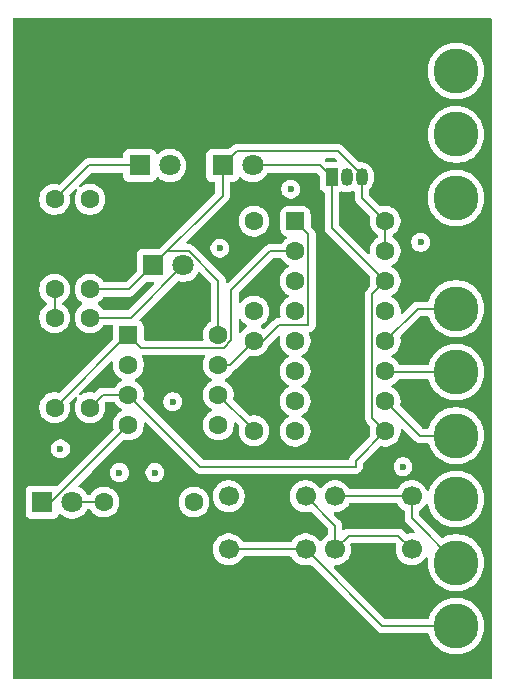
<source format=gbr>
%TF.GenerationSoftware,KiCad,Pcbnew,9.0.7*%
%TF.CreationDate,2026-01-29T16:27:59+09:00*%
%TF.ProjectId,ono-kairo,6f6e6f2d-6b61-4697-926f-2e6b69636164,rev?*%
%TF.SameCoordinates,Original*%
%TF.FileFunction,Copper,L1,Top*%
%TF.FilePolarity,Positive*%
%FSLAX46Y46*%
G04 Gerber Fmt 4.6, Leading zero omitted, Abs format (unit mm)*
G04 Created by KiCad (PCBNEW 9.0.7) date 2026-01-29 16:27:59*
%MOMM*%
%LPD*%
G01*
G04 APERTURE LIST*
G04 Aperture macros list*
%AMRoundRect*
0 Rectangle with rounded corners*
0 $1 Rounding radius*
0 $2 $3 $4 $5 $6 $7 $8 $9 X,Y pos of 4 corners*
0 Add a 4 corners polygon primitive as box body*
4,1,4,$2,$3,$4,$5,$6,$7,$8,$9,$2,$3,0*
0 Add four circle primitives for the rounded corners*
1,1,$1+$1,$2,$3*
1,1,$1+$1,$4,$5*
1,1,$1+$1,$6,$7*
1,1,$1+$1,$8,$9*
0 Add four rect primitives between the rounded corners*
20,1,$1+$1,$2,$3,$4,$5,0*
20,1,$1+$1,$4,$5,$6,$7,0*
20,1,$1+$1,$6,$7,$8,$9,0*
20,1,$1+$1,$8,$9,$2,$3,0*%
G04 Aperture macros list end*
%TA.AperFunction,ComponentPad*%
%ADD10RoundRect,0.250000X-0.550000X-0.550000X0.550000X-0.550000X0.550000X0.550000X-0.550000X0.550000X0*%
%TD*%
%TA.AperFunction,ComponentPad*%
%ADD11C,1.600000*%
%TD*%
%TA.AperFunction,ComponentPad*%
%ADD12C,3.800000*%
%TD*%
%TA.AperFunction,ComponentPad*%
%ADD13R,1.800000X1.800000*%
%TD*%
%TA.AperFunction,ComponentPad*%
%ADD14C,1.800000*%
%TD*%
%TA.AperFunction,ComponentPad*%
%ADD15R,1.050000X1.500000*%
%TD*%
%TA.AperFunction,ComponentPad*%
%ADD16O,1.050000X1.500000*%
%TD*%
%TA.AperFunction,ComponentPad*%
%ADD17C,1.700000*%
%TD*%
%TA.AperFunction,ViaPad*%
%ADD18C,0.600000*%
%TD*%
%TA.AperFunction,Conductor*%
%ADD19C,0.200000*%
%TD*%
G04 APERTURE END LIST*
D10*
%TO.P,U1,1,CH0*%
%TO.N,Net-(U1-CH0)*%
X183380000Y-47220000D03*
D11*
%TO.P,U1,2,CH1*%
%TO.N,Net-(U1-CH1)*%
X183380000Y-49760000D03*
%TO.P,U1,3,CH2*%
%TO.N,Net-(U1-CH2)*%
X183380000Y-52300000D03*
%TO.P,U1,4,CH3*%
%TO.N,unconnected-(U1-CH3-Pad4)*%
X183380000Y-54840000D03*
%TO.P,U1,5,CH4*%
%TO.N,unconnected-(U1-CH4-Pad5)*%
X183380000Y-57380000D03*
%TO.P,U1,6,CH5*%
%TO.N,unconnected-(U1-CH5-Pad6)*%
X183380000Y-59920000D03*
%TO.P,U1,7,CH6*%
%TO.N,unconnected-(U1-CH6-Pad7)*%
X183380000Y-62460000D03*
%TO.P,U1,8,CH7*%
%TO.N,unconnected-(U1-CH7-Pad8)*%
X183380000Y-65000000D03*
%TO.P,U1,9,DGND*%
%TO.N,Net-(DS18B20-GND)*%
X191000000Y-65000000D03*
%TO.P,U1,10,~{CS}/SHDN*%
%TO.N,Net-(U1-~{CS}{slash}SHDN)*%
X191000000Y-62460000D03*
%TO.P,U1,11,Din*%
%TO.N,Net-(U1-Din)*%
X191000000Y-59920000D03*
%TO.P,U1,12,Dout*%
%TO.N,Net-(U1-Dout)*%
X191000000Y-57380000D03*
%TO.P,U1,13,CLK*%
%TO.N,Net-(U1-CLK)*%
X191000000Y-54840000D03*
%TO.P,U1,14,AGND*%
%TO.N,Net-(DS18B20-GND)*%
X191000000Y-52300000D03*
%TO.P,U1,15,Vref*%
%TO.N,Net-(DS18B20-V_{DD})*%
X191000000Y-49760000D03*
%TO.P,U1,16,Vdd*%
X191000000Y-47220000D03*
%TD*%
%TO.P,10k_1,1*%
%TO.N,Net-(U1-CH2)*%
X166000000Y-55380000D03*
%TO.P,10k_1,2*%
%TO.N,Net-(DS18B20-GND)*%
X166000000Y-63000000D03*
%TD*%
D12*
%TO.P,MOSI1,1,1*%
%TO.N,Net-(U1-Din)*%
X197000000Y-59997640D03*
%TD*%
D11*
%TO.P,10k1_2,1*%
%TO.N,Net-(DS18B20-V_{DD})*%
X166000000Y-53000000D03*
%TO.P,10k1_2,2*%
%TO.N,Net-(DS18B20-DQ)*%
X166000000Y-45380000D03*
%TD*%
D13*
%TO.P,D1,1,K*%
%TO.N,Net-(D1-K)*%
X161960000Y-71000000D03*
D14*
%TO.P,D1,2,A*%
%TO.N,Net-(D1-A)*%
X164500000Y-71000000D03*
%TD*%
D11*
%TO.P,1k1,1*%
%TO.N,Net-(U3A--)*%
X163000000Y-53000000D03*
%TO.P,1k1,2*%
%TO.N,Net-(D1-K)*%
X163000000Y-45380000D03*
%TD*%
D12*
%TO.P,CE0,1,1*%
%TO.N,Net-(U1-~{CS}{slash}SHDN)*%
X197000000Y-65373230D03*
%TD*%
D11*
%TO.P,510,1*%
%TO.N,Net-(U1-CH1)*%
X163000000Y-63000000D03*
%TO.P,510,2*%
%TO.N,Net-(U3A--)*%
X163000000Y-55380000D03*
%TD*%
%TO.P,1k2,1*%
%TO.N,Net-(U3B--)*%
X179880000Y-54840000D03*
%TO.P,1k2,2*%
%TO.N,Net-(D1-K)*%
X179880000Y-47220000D03*
%TD*%
D15*
%TO.P,DS18B20,1,GND*%
%TO.N,Net-(DS18B20-GND)*%
X186460000Y-43500000D03*
D16*
%TO.P,DS18B20,2,DQ*%
%TO.N,Net-(DS18B20-DQ)*%
X187730000Y-43500000D03*
%TO.P,DS18B20,3,V_{DD}*%
%TO.N,Net-(DS18B20-V_{DD})*%
X189000000Y-43500000D03*
%TD*%
D17*
%TO.P,J1,1,Pin_1*%
%TO.N,Net-(DS18B20-V_{DD})*%
X177750000Y-70500000D03*
X184250000Y-70500000D03*
%TO.P,J1,2,Pin_2*%
%TO.N,Net-(J1-Pin_2)*%
X177750000Y-75000000D03*
X184250000Y-75000000D03*
%TD*%
D12*
%TO.P,GPIO20,1,1*%
%TO.N,Net-(J2-Pin_1)*%
X197000000Y-76124410D03*
%TD*%
%TO.P,GPIO16,1,1*%
%TO.N,Net-(330_1-Pad2)*%
X197000000Y-70748820D03*
%TD*%
%TO.P,CLK1,1,1*%
%TO.N,Net-(U1-CLK)*%
X197000000Y-45251180D03*
%TD*%
D17*
%TO.P,J2,1,Pin_1*%
%TO.N,Net-(J2-Pin_1)*%
X186750000Y-70500000D03*
X193250000Y-70500000D03*
%TO.P,J2,2,Pin_2*%
%TO.N,Net-(DS18B20-V_{DD})*%
X186750000Y-75000000D03*
X193250000Y-75000000D03*
%TD*%
D12*
%TO.P,GPIO21,1,1*%
%TO.N,Net-(J1-Pin_2)*%
X197000000Y-81500000D03*
%TD*%
%TO.P,MISO1,1,1*%
%TO.N,Net-(U1-Dout)*%
X197000000Y-54622049D03*
%TD*%
D13*
%TO.P,Cdscell1,1*%
%TO.N,Net-(DS18B20-V_{DD})*%
X171340000Y-50960000D03*
D14*
%TO.P,Cdscell1,2*%
%TO.N,Net-(U1-CH2)*%
X173880000Y-50960000D03*
%TD*%
D13*
%TO.P,pH_sensor1,1*%
%TO.N,Net-(D1-K)*%
X170225000Y-42500000D03*
D14*
%TO.P,pH_sensor1,2*%
%TO.N,Net-(U3B-+)*%
X172765000Y-42500000D03*
%TD*%
D11*
%TO.P,510_2,1*%
%TO.N,Net-(U1-CH0)*%
X179880000Y-57340000D03*
%TO.P,510_2,2*%
%TO.N,Net-(U3B--)*%
X179880000Y-64960000D03*
%TD*%
D12*
%TO.P,GND1,1,1*%
%TO.N,Net-(DS18B20-GND)*%
X197000000Y-39875590D03*
%TD*%
D11*
%TO.P,330_1,1*%
%TO.N,Net-(D1-A)*%
X167190000Y-71000000D03*
%TO.P,330_1,2*%
%TO.N,Net-(330_1-Pad2)*%
X174810000Y-71000000D03*
%TD*%
D13*
%TO.P,EC_sensor1,1*%
%TO.N,Net-(DS18B20-V_{DD})*%
X177225000Y-42500000D03*
D14*
%TO.P,EC_sensor1,2*%
%TO.N,Net-(DS18B20-GND)*%
X179765000Y-42500000D03*
%TD*%
D10*
%TO.P,U3,1*%
%TO.N,Net-(U1-CH1)*%
X169260000Y-56840000D03*
D11*
%TO.P,U3,2,-*%
%TO.N,Net-(U3A--)*%
X169260000Y-59380000D03*
%TO.P,U3,3,+*%
%TO.N,Net-(DS18B20-GND)*%
X169260000Y-61920000D03*
%TO.P,U3,4,V-*%
%TO.N,Net-(D1-K)*%
X169260000Y-64460000D03*
%TO.P,U3,5,+*%
%TO.N,Net-(U3B-+)*%
X176880000Y-64460000D03*
%TO.P,U3,6,-*%
%TO.N,Net-(U3B--)*%
X176880000Y-61920000D03*
%TO.P,U3,7*%
%TO.N,Net-(U1-CH0)*%
X176880000Y-59380000D03*
%TO.P,U3,8,V+*%
%TO.N,Net-(DS18B20-V_{DD})*%
X176880000Y-56840000D03*
%TD*%
D12*
%TO.P,3.3V1,1,1*%
%TO.N,Net-(DS18B20-V_{DD})*%
X197000000Y-34500000D03*
%TD*%
D18*
%TO.N,*%
X173000000Y-62500000D03*
X183000000Y-44500000D03*
X163500000Y-66500000D03*
X168500000Y-68500000D03*
X194000000Y-49000000D03*
X171500000Y-68500000D03*
X192500000Y-68000000D03*
X177000000Y-49500000D03*
%TD*%
D19*
%TO.N,Net-(U1-CH2)*%
X166000000Y-55380000D02*
X169460000Y-55380000D01*
X169460000Y-55380000D02*
X173880000Y-50960000D01*
%TO.N,Net-(D1-K)*%
X165880000Y-42500000D02*
X163000000Y-45380000D01*
X169260000Y-64460000D02*
X162720000Y-71000000D01*
X162720000Y-71000000D02*
X161960000Y-71000000D01*
X170225000Y-42500000D02*
X165880000Y-42500000D01*
%TO.N,Net-(D1-A)*%
X164500000Y-71000000D02*
X167190000Y-71000000D01*
%TO.N,Net-(U1-CH1)*%
X177981000Y-57296050D02*
X177336050Y-57941000D01*
X177981000Y-53019000D02*
X177981000Y-57296050D01*
X183380000Y-49760000D02*
X181240000Y-49760000D01*
X170361000Y-57941000D02*
X169260000Y-56840000D01*
X181240000Y-49760000D02*
X177981000Y-53019000D01*
X169260000Y-56840000D02*
X169160000Y-56840000D01*
X169160000Y-56840000D02*
X163000000Y-63000000D01*
X177336050Y-57941000D02*
X170361000Y-57941000D01*
%TO.N,Net-(J1-Pin_2)*%
X197000000Y-81500000D02*
X190750000Y-81500000D01*
X190750000Y-81500000D02*
X184250000Y-75000000D01*
X177750000Y-75000000D02*
X184250000Y-75000000D01*
%TO.N,Net-(U1-CH0)*%
X177840000Y-59380000D02*
X176880000Y-59380000D01*
X180660000Y-57340000D02*
X179880000Y-57340000D01*
X182000000Y-56000000D02*
X180660000Y-57340000D01*
X183380000Y-47220000D02*
X184500000Y-48340000D01*
X179880000Y-57340000D02*
X177840000Y-59380000D01*
X184500000Y-56000000D02*
X182000000Y-56000000D01*
X184500000Y-48340000D02*
X184500000Y-56000000D01*
%TO.N,Net-(U1-Din)*%
X197000000Y-59997640D02*
X191077640Y-59997640D01*
X191077640Y-59997640D02*
X191000000Y-59920000D01*
%TO.N,Net-(U1-~{CS}{slash}SHDN)*%
X197000000Y-65373230D02*
X193913230Y-65373230D01*
X193913230Y-65373230D02*
X191000000Y-62460000D01*
%TO.N,Net-(U1-Dout)*%
X193757951Y-54622049D02*
X191000000Y-57380000D01*
X197000000Y-54622049D02*
X193757951Y-54622049D01*
%TO.N,Net-(U3A--)*%
X163000000Y-55380000D02*
X163000000Y-53000000D01*
%TO.N,Net-(DS18B20-V_{DD})*%
X187024000Y-41299000D02*
X178426000Y-41299000D01*
X189000000Y-43500000D02*
X189000000Y-43275000D01*
X187901000Y-73849000D02*
X186750000Y-75000000D01*
X193250000Y-75000000D02*
X192099000Y-73849000D01*
X191000000Y-47220000D02*
X191000000Y-49760000D01*
X172541000Y-49759000D02*
X174377471Y-49759000D01*
X178426000Y-41299000D02*
X177225000Y-42500000D01*
X186750000Y-73000000D02*
X186750000Y-75000000D01*
X177225000Y-42500000D02*
X177225000Y-45075000D01*
X177225000Y-45075000D02*
X171340000Y-50960000D01*
X189000000Y-45220000D02*
X191000000Y-47220000D01*
X171340000Y-50960000D02*
X172541000Y-49759000D01*
X189000000Y-43275000D02*
X187024000Y-41299000D01*
X189000000Y-43500000D02*
X189000000Y-42812500D01*
X184250000Y-70500000D02*
X186750000Y-73000000D01*
X169300000Y-53000000D02*
X171340000Y-50960000D01*
X176880000Y-52261529D02*
X176880000Y-56840000D01*
X192099000Y-73849000D02*
X187901000Y-73849000D01*
X174377471Y-49759000D02*
X176880000Y-52261529D01*
X189000000Y-43500000D02*
X189000000Y-45220000D01*
X166000000Y-53000000D02*
X169300000Y-53000000D01*
%TO.N,Net-(DS18B20-GND)*%
X191000000Y-52300000D02*
X189899000Y-53401000D01*
X167080000Y-61920000D02*
X166000000Y-63000000D01*
X169260000Y-61920000D02*
X167080000Y-61920000D01*
X188500000Y-67500000D02*
X191000000Y-65000000D01*
X179765000Y-42500000D02*
X185460000Y-42500000D01*
X186460000Y-43500000D02*
X186460000Y-47760000D01*
X169260000Y-61920000D02*
X175340000Y-68000000D01*
X188500000Y-68000000D02*
X188500000Y-67500000D01*
X189899000Y-63899000D02*
X191000000Y-65000000D01*
X189899000Y-53401000D02*
X189899000Y-63899000D01*
X186460000Y-47760000D02*
X191000000Y-52300000D01*
X185460000Y-42500000D02*
X186460000Y-43500000D01*
X175340000Y-68000000D02*
X188500000Y-68000000D01*
%TO.N,Net-(J2-Pin_1)*%
X186750000Y-70500000D02*
X193250000Y-70500000D01*
X193250000Y-72374410D02*
X193250000Y-70500000D01*
X197000000Y-76124410D02*
X193250000Y-72374410D01*
%TO.N,Net-(U3B--)*%
X176880000Y-61920000D02*
X179880000Y-64920000D01*
X179880000Y-64920000D02*
X179880000Y-64960000D01*
%TD*%
%TA.AperFunction,NonConductor*%
G36*
X199942539Y-30020185D02*
G01*
X199988294Y-30072989D01*
X199999500Y-30124500D01*
X199999500Y-85875500D01*
X199979815Y-85942539D01*
X199927011Y-85988294D01*
X199875500Y-85999500D01*
X159624500Y-85999500D01*
X159557461Y-85979815D01*
X159511706Y-85927011D01*
X159500500Y-85875500D01*
X159500500Y-74893713D01*
X176399500Y-74893713D01*
X176399500Y-75106286D01*
X176432753Y-75316239D01*
X176498444Y-75518414D01*
X176594951Y-75707820D01*
X176719890Y-75879786D01*
X176870213Y-76030109D01*
X177042179Y-76155048D01*
X177042181Y-76155049D01*
X177042184Y-76155051D01*
X177231588Y-76251557D01*
X177433757Y-76317246D01*
X177643713Y-76350500D01*
X177643714Y-76350500D01*
X177856286Y-76350500D01*
X177856287Y-76350500D01*
X178066243Y-76317246D01*
X178268412Y-76251557D01*
X178457816Y-76155051D01*
X178479789Y-76139086D01*
X178629786Y-76030109D01*
X178629788Y-76030106D01*
X178629792Y-76030104D01*
X178780104Y-75879792D01*
X178780106Y-75879788D01*
X178780109Y-75879786D01*
X178864081Y-75764207D01*
X178905051Y-75707816D01*
X178907317Y-75703369D01*
X178925235Y-75668205D01*
X178973209Y-75617409D01*
X179035719Y-75600500D01*
X182964281Y-75600500D01*
X183031320Y-75620185D01*
X183074765Y-75668205D01*
X183094947Y-75707814D01*
X183094948Y-75707815D01*
X183219890Y-75879786D01*
X183370213Y-76030109D01*
X183542179Y-76155048D01*
X183542181Y-76155049D01*
X183542184Y-76155051D01*
X183731588Y-76251557D01*
X183933757Y-76317246D01*
X184143713Y-76350500D01*
X184143714Y-76350500D01*
X184356286Y-76350500D01*
X184356287Y-76350500D01*
X184566243Y-76317246D01*
X184608523Y-76303507D01*
X184678362Y-76301511D01*
X184734522Y-76333757D01*
X190265139Y-81864374D01*
X190265149Y-81864385D01*
X190269479Y-81868715D01*
X190269480Y-81868716D01*
X190381284Y-81980520D01*
X190468095Y-82030639D01*
X190468097Y-82030641D01*
X190506151Y-82052611D01*
X190518215Y-82059577D01*
X190670943Y-82100500D01*
X190829057Y-82100500D01*
X194578925Y-82100500D01*
X194645964Y-82120185D01*
X194691719Y-82172989D01*
X194695966Y-82183545D01*
X194778734Y-82420082D01*
X194895714Y-82662994D01*
X194895716Y-82662997D01*
X195039162Y-82891289D01*
X195207266Y-83102085D01*
X195397915Y-83292734D01*
X195608711Y-83460838D01*
X195837003Y-83604284D01*
X196079921Y-83721267D01*
X196271049Y-83788145D01*
X196334397Y-83810312D01*
X196334405Y-83810315D01*
X196334408Y-83810315D01*
X196334409Y-83810316D01*
X196597268Y-83870312D01*
X196865187Y-83900499D01*
X196865188Y-83900500D01*
X196865191Y-83900500D01*
X197134812Y-83900500D01*
X197134812Y-83900499D01*
X197402732Y-83870312D01*
X197665591Y-83810316D01*
X197920079Y-83721267D01*
X198162997Y-83604284D01*
X198391289Y-83460838D01*
X198602085Y-83292734D01*
X198792734Y-83102085D01*
X198960838Y-82891289D01*
X199104284Y-82662997D01*
X199221267Y-82420079D01*
X199310316Y-82165591D01*
X199370312Y-81902732D01*
X199400500Y-81634809D01*
X199400500Y-81365191D01*
X199370312Y-81097268D01*
X199310316Y-80834409D01*
X199221267Y-80579921D01*
X199104284Y-80337003D01*
X198960838Y-80108711D01*
X198792734Y-79897915D01*
X198602085Y-79707266D01*
X198391289Y-79539162D01*
X198162997Y-79395716D01*
X198162994Y-79395714D01*
X197920082Y-79278734D01*
X197665602Y-79189687D01*
X197665594Y-79189684D01*
X197468446Y-79144687D01*
X197402732Y-79129688D01*
X197402728Y-79129687D01*
X197402719Y-79129686D01*
X197134813Y-79099500D01*
X197134809Y-79099500D01*
X196865191Y-79099500D01*
X196865186Y-79099500D01*
X196597280Y-79129686D01*
X196597268Y-79129688D01*
X196334405Y-79189684D01*
X196334397Y-79189687D01*
X196079917Y-79278734D01*
X195837005Y-79395714D01*
X195608712Y-79539161D01*
X195397915Y-79707265D01*
X195207265Y-79897915D01*
X195039161Y-80108712D01*
X194895714Y-80337005D01*
X194778734Y-80579917D01*
X194695966Y-80816455D01*
X194655245Y-80873231D01*
X194590292Y-80898978D01*
X194578925Y-80899500D01*
X191050097Y-80899500D01*
X190983058Y-80879815D01*
X190962416Y-80863181D01*
X186661416Y-76562181D01*
X186627931Y-76500858D01*
X186632915Y-76431166D01*
X186674787Y-76375233D01*
X186740251Y-76350816D01*
X186749097Y-76350500D01*
X186856286Y-76350500D01*
X186856287Y-76350500D01*
X187066243Y-76317246D01*
X187268412Y-76251557D01*
X187457816Y-76155051D01*
X187479789Y-76139086D01*
X187629786Y-76030109D01*
X187629788Y-76030106D01*
X187629792Y-76030104D01*
X187780104Y-75879792D01*
X187780106Y-75879788D01*
X187780109Y-75879786D01*
X187905048Y-75707820D01*
X187905047Y-75707820D01*
X187905051Y-75707816D01*
X188001557Y-75518412D01*
X188067246Y-75316243D01*
X188100500Y-75106287D01*
X188100500Y-74893713D01*
X188067246Y-74683757D01*
X188053507Y-74641476D01*
X188053072Y-74626262D01*
X188047754Y-74612000D01*
X188052094Y-74592049D01*
X188051511Y-74571637D01*
X188059601Y-74557547D01*
X188062608Y-74543727D01*
X188083760Y-74515474D01*
X188113420Y-74485816D01*
X188174744Y-74452333D01*
X188201098Y-74449500D01*
X191798903Y-74449500D01*
X191865942Y-74469185D01*
X191886584Y-74485819D01*
X191916241Y-74515476D01*
X191949726Y-74576799D01*
X191946492Y-74641473D01*
X191932753Y-74683757D01*
X191899500Y-74893713D01*
X191899500Y-75106286D01*
X191932753Y-75316239D01*
X191998444Y-75518414D01*
X192094951Y-75707820D01*
X192219890Y-75879786D01*
X192370213Y-76030109D01*
X192542179Y-76155048D01*
X192542181Y-76155049D01*
X192542184Y-76155051D01*
X192731588Y-76251557D01*
X192933757Y-76317246D01*
X193143713Y-76350500D01*
X193143714Y-76350500D01*
X193356286Y-76350500D01*
X193356287Y-76350500D01*
X193566243Y-76317246D01*
X193768412Y-76251557D01*
X193957816Y-76155051D01*
X193979789Y-76139086D01*
X194129786Y-76030109D01*
X194129788Y-76030106D01*
X194129792Y-76030104D01*
X194280104Y-75879792D01*
X194396629Y-75719406D01*
X194451957Y-75676743D01*
X194521570Y-75670764D01*
X194583366Y-75703369D01*
X194617723Y-75764207D01*
X194620166Y-75806177D01*
X194599500Y-75989594D01*
X194599500Y-76259223D01*
X194629686Y-76527129D01*
X194629687Y-76527138D01*
X194629688Y-76527142D01*
X194644687Y-76592856D01*
X194689684Y-76790004D01*
X194689687Y-76790012D01*
X194778734Y-77044492D01*
X194895714Y-77287404D01*
X194895716Y-77287407D01*
X195039162Y-77515699D01*
X195207266Y-77726495D01*
X195397915Y-77917144D01*
X195608711Y-78085248D01*
X195837003Y-78228694D01*
X196079921Y-78345677D01*
X196271049Y-78412555D01*
X196334397Y-78434722D01*
X196334405Y-78434725D01*
X196334408Y-78434725D01*
X196334409Y-78434726D01*
X196597268Y-78494722D01*
X196865187Y-78524909D01*
X196865188Y-78524910D01*
X196865191Y-78524910D01*
X197134812Y-78524910D01*
X197134812Y-78524909D01*
X197402732Y-78494722D01*
X197665591Y-78434726D01*
X197920079Y-78345677D01*
X198162997Y-78228694D01*
X198391289Y-78085248D01*
X198602085Y-77917144D01*
X198792734Y-77726495D01*
X198960838Y-77515699D01*
X199104284Y-77287407D01*
X199221267Y-77044489D01*
X199310316Y-76790001D01*
X199370312Y-76527142D01*
X199400500Y-76259219D01*
X199400500Y-75989601D01*
X199370312Y-75721678D01*
X199310316Y-75458819D01*
X199221267Y-75204331D01*
X199104284Y-74961413D01*
X198960838Y-74733121D01*
X198792734Y-74522325D01*
X198602085Y-74331676D01*
X198391289Y-74163572D01*
X198219527Y-74055646D01*
X198162994Y-74020124D01*
X197920082Y-73903144D01*
X197665602Y-73814097D01*
X197665594Y-73814094D01*
X197468446Y-73769097D01*
X197402732Y-73754098D01*
X197402728Y-73754097D01*
X197402719Y-73754096D01*
X197134813Y-73723910D01*
X197134809Y-73723910D01*
X196865191Y-73723910D01*
X196865186Y-73723910D01*
X196597280Y-73754096D01*
X196597268Y-73754098D01*
X196334405Y-73814094D01*
X196334397Y-73814097D01*
X196079917Y-73903144D01*
X196079909Y-73903147D01*
X195854140Y-74011872D01*
X195785199Y-74023224D01*
X195721065Y-73995502D01*
X195712658Y-73987833D01*
X193886819Y-72161994D01*
X193853334Y-72100671D01*
X193850500Y-72074313D01*
X193850500Y-71785718D01*
X193870185Y-71718679D01*
X193918207Y-71675233D01*
X193957815Y-71655052D01*
X193957815Y-71655051D01*
X193957816Y-71655051D01*
X194049193Y-71588661D01*
X194129786Y-71530109D01*
X194129788Y-71530106D01*
X194129792Y-71530104D01*
X194280104Y-71379792D01*
X194280106Y-71379788D01*
X194280109Y-71379786D01*
X194405050Y-71207818D01*
X194413789Y-71190666D01*
X194461762Y-71139869D01*
X194529582Y-71123072D01*
X194595718Y-71145607D01*
X194639171Y-71200321D01*
X194645166Y-71219365D01*
X194689684Y-71414414D01*
X194689687Y-71414422D01*
X194778734Y-71668902D01*
X194895714Y-71911814D01*
X194895716Y-71911817D01*
X195039162Y-72140109D01*
X195132813Y-72257544D01*
X195201597Y-72343797D01*
X195207266Y-72350905D01*
X195397915Y-72541554D01*
X195608711Y-72709658D01*
X195837003Y-72853104D01*
X196079921Y-72970087D01*
X196271049Y-73036965D01*
X196334397Y-73059132D01*
X196334405Y-73059135D01*
X196334408Y-73059135D01*
X196334409Y-73059136D01*
X196597268Y-73119132D01*
X196865187Y-73149319D01*
X196865188Y-73149320D01*
X196865191Y-73149320D01*
X197134812Y-73149320D01*
X197134812Y-73149319D01*
X197402732Y-73119132D01*
X197665591Y-73059136D01*
X197920079Y-72970087D01*
X198162997Y-72853104D01*
X198391289Y-72709658D01*
X198602085Y-72541554D01*
X198792734Y-72350905D01*
X198960838Y-72140109D01*
X199104284Y-71911817D01*
X199221267Y-71668899D01*
X199310316Y-71414411D01*
X199370312Y-71151552D01*
X199400500Y-70883629D01*
X199400500Y-70614011D01*
X199370312Y-70346088D01*
X199310316Y-70083229D01*
X199221267Y-69828741D01*
X199110871Y-69599501D01*
X199104285Y-69585825D01*
X199075563Y-69540114D01*
X198960838Y-69357531D01*
X198792734Y-69146735D01*
X198602085Y-68956086D01*
X198391289Y-68787982D01*
X198162997Y-68644536D01*
X198162994Y-68644534D01*
X197920082Y-68527554D01*
X197665602Y-68438507D01*
X197665594Y-68438504D01*
X197468446Y-68393507D01*
X197402732Y-68378508D01*
X197402728Y-68378507D01*
X197402719Y-68378506D01*
X197134813Y-68348320D01*
X197134809Y-68348320D01*
X196865191Y-68348320D01*
X196865186Y-68348320D01*
X196597280Y-68378506D01*
X196597268Y-68378508D01*
X196334405Y-68438504D01*
X196334397Y-68438507D01*
X196079917Y-68527554D01*
X195837005Y-68644534D01*
X195608712Y-68787981D01*
X195397915Y-68956085D01*
X195207265Y-69146735D01*
X195039161Y-69357532D01*
X194895714Y-69585825D01*
X194778734Y-69828737D01*
X194729992Y-69968032D01*
X194689270Y-70024808D01*
X194624317Y-70050555D01*
X194555756Y-70037098D01*
X194505353Y-69988711D01*
X194502466Y-69983372D01*
X194453725Y-69887713D01*
X194405051Y-69792184D01*
X194405049Y-69792181D01*
X194405048Y-69792179D01*
X194280109Y-69620213D01*
X194129786Y-69469890D01*
X193957820Y-69344951D01*
X193768414Y-69248444D01*
X193768413Y-69248443D01*
X193768412Y-69248443D01*
X193566243Y-69182754D01*
X193566241Y-69182753D01*
X193566240Y-69182753D01*
X193404957Y-69157208D01*
X193356287Y-69149500D01*
X193143713Y-69149500D01*
X193095042Y-69157208D01*
X192933760Y-69182753D01*
X192731585Y-69248444D01*
X192542179Y-69344951D01*
X192370213Y-69469890D01*
X192219890Y-69620213D01*
X192094948Y-69792184D01*
X192094947Y-69792185D01*
X192074765Y-69831795D01*
X192026791Y-69882591D01*
X191964281Y-69899500D01*
X188035719Y-69899500D01*
X187968680Y-69879815D01*
X187925235Y-69831795D01*
X187905052Y-69792185D01*
X187905051Y-69792184D01*
X187780109Y-69620213D01*
X187629786Y-69469890D01*
X187457820Y-69344951D01*
X187268414Y-69248444D01*
X187268413Y-69248443D01*
X187268412Y-69248443D01*
X187066243Y-69182754D01*
X187066241Y-69182753D01*
X187066240Y-69182753D01*
X186904957Y-69157208D01*
X186856287Y-69149500D01*
X186643713Y-69149500D01*
X186595042Y-69157208D01*
X186433760Y-69182753D01*
X186231585Y-69248444D01*
X186042179Y-69344951D01*
X185870213Y-69469890D01*
X185719894Y-69620209D01*
X185719890Y-69620214D01*
X185600318Y-69784793D01*
X185544989Y-69827459D01*
X185475375Y-69833438D01*
X185413580Y-69800833D01*
X185399682Y-69784793D01*
X185280109Y-69620214D01*
X185280105Y-69620209D01*
X185129786Y-69469890D01*
X184957820Y-69344951D01*
X184768414Y-69248444D01*
X184768413Y-69248443D01*
X184768412Y-69248443D01*
X184566243Y-69182754D01*
X184566241Y-69182753D01*
X184566240Y-69182753D01*
X184404957Y-69157208D01*
X184356287Y-69149500D01*
X184143713Y-69149500D01*
X184095042Y-69157208D01*
X183933760Y-69182753D01*
X183731585Y-69248444D01*
X183542179Y-69344951D01*
X183370213Y-69469890D01*
X183219890Y-69620213D01*
X183094951Y-69792179D01*
X182998444Y-69981585D01*
X182932753Y-70183760D01*
X182907043Y-70346088D01*
X182899500Y-70393713D01*
X182899500Y-70606287D01*
X182909534Y-70669644D01*
X182913624Y-70695465D01*
X182932754Y-70816243D01*
X182959204Y-70897648D01*
X182998444Y-71018414D01*
X183094951Y-71207820D01*
X183219890Y-71379786D01*
X183370213Y-71530109D01*
X183542179Y-71655048D01*
X183542181Y-71655049D01*
X183542184Y-71655051D01*
X183731588Y-71751557D01*
X183933757Y-71817246D01*
X184143713Y-71850500D01*
X184143714Y-71850500D01*
X184356286Y-71850500D01*
X184356287Y-71850500D01*
X184566243Y-71817246D01*
X184608523Y-71803507D01*
X184678362Y-71801511D01*
X184734522Y-71833757D01*
X186113181Y-73212416D01*
X186146666Y-73273739D01*
X186149500Y-73300097D01*
X186149500Y-73714281D01*
X186129815Y-73781320D01*
X186081795Y-73824765D01*
X186042185Y-73844947D01*
X186042184Y-73844948D01*
X185870213Y-73969890D01*
X185719894Y-74120209D01*
X185719890Y-74120214D01*
X185600318Y-74284793D01*
X185544989Y-74327459D01*
X185475375Y-74333438D01*
X185413580Y-74300833D01*
X185399682Y-74284793D01*
X185280109Y-74120214D01*
X185280105Y-74120209D01*
X185129786Y-73969890D01*
X184957820Y-73844951D01*
X184768414Y-73748444D01*
X184768413Y-73748443D01*
X184768412Y-73748443D01*
X184566243Y-73682754D01*
X184566241Y-73682753D01*
X184566240Y-73682753D01*
X184404957Y-73657208D01*
X184356287Y-73649500D01*
X184143713Y-73649500D01*
X184095042Y-73657208D01*
X183933760Y-73682753D01*
X183731585Y-73748444D01*
X183542179Y-73844951D01*
X183370213Y-73969890D01*
X183219890Y-74120213D01*
X183094948Y-74292184D01*
X183094947Y-74292185D01*
X183074765Y-74331795D01*
X183026791Y-74382591D01*
X182964281Y-74399500D01*
X179035719Y-74399500D01*
X178968680Y-74379815D01*
X178925235Y-74331795D01*
X178905052Y-74292185D01*
X178905051Y-74292184D01*
X178780109Y-74120213D01*
X178629786Y-73969890D01*
X178457820Y-73844951D01*
X178268414Y-73748444D01*
X178268413Y-73748443D01*
X178268412Y-73748443D01*
X178066243Y-73682754D01*
X178066241Y-73682753D01*
X178066240Y-73682753D01*
X177904957Y-73657208D01*
X177856287Y-73649500D01*
X177643713Y-73649500D01*
X177595042Y-73657208D01*
X177433760Y-73682753D01*
X177231585Y-73748444D01*
X177042179Y-73844951D01*
X176870213Y-73969890D01*
X176719890Y-74120213D01*
X176594951Y-74292179D01*
X176498444Y-74481585D01*
X176432753Y-74683760D01*
X176399500Y-74893713D01*
X159500500Y-74893713D01*
X159500500Y-70052135D01*
X160559500Y-70052135D01*
X160559500Y-71947870D01*
X160559501Y-71947876D01*
X160565908Y-72007483D01*
X160616202Y-72142328D01*
X160616206Y-72142335D01*
X160702452Y-72257544D01*
X160702455Y-72257547D01*
X160817664Y-72343793D01*
X160817671Y-72343797D01*
X160952517Y-72394091D01*
X160952516Y-72394091D01*
X160959444Y-72394835D01*
X161012127Y-72400500D01*
X162907872Y-72400499D01*
X162967483Y-72394091D01*
X163102331Y-72343796D01*
X163217546Y-72257546D01*
X163303796Y-72142331D01*
X163304625Y-72140109D01*
X163333601Y-72062420D01*
X163375471Y-72006486D01*
X163440936Y-71982068D01*
X163509209Y-71996919D01*
X163537464Y-72018071D01*
X163587636Y-72068243D01*
X163587641Y-72068247D01*
X163648258Y-72112287D01*
X163765978Y-72197815D01*
X163894375Y-72263237D01*
X163962393Y-72297895D01*
X163962396Y-72297896D01*
X164067221Y-72331955D01*
X164172049Y-72366015D01*
X164389778Y-72400500D01*
X164389779Y-72400500D01*
X164610221Y-72400500D01*
X164610222Y-72400500D01*
X164827951Y-72366015D01*
X165037606Y-72297895D01*
X165234022Y-72197815D01*
X165412365Y-72068242D01*
X165568242Y-71912365D01*
X165697815Y-71734022D01*
X165730996Y-71668902D01*
X165731352Y-71668204D01*
X165741800Y-71657140D01*
X165748123Y-71643297D01*
X165765303Y-71632255D01*
X165779326Y-71617409D01*
X165795005Y-71613167D01*
X165806901Y-71605523D01*
X165841836Y-71600500D01*
X165960398Y-71600500D01*
X166027437Y-71620185D01*
X166070882Y-71668204D01*
X166071238Y-71668902D01*
X166077715Y-71681614D01*
X166198028Y-71847213D01*
X166342786Y-71991971D01*
X166492402Y-72100671D01*
X166508390Y-72112287D01*
X166624607Y-72171503D01*
X166690776Y-72205218D01*
X166690778Y-72205218D01*
X166690781Y-72205220D01*
X166795137Y-72239127D01*
X166885465Y-72268477D01*
X166986557Y-72284488D01*
X167087648Y-72300500D01*
X167087649Y-72300500D01*
X167292351Y-72300500D01*
X167292352Y-72300500D01*
X167494534Y-72268477D01*
X167689219Y-72205220D01*
X167871610Y-72112287D01*
X167964590Y-72044732D01*
X168037213Y-71991971D01*
X168037215Y-71991968D01*
X168037219Y-71991966D01*
X168181966Y-71847219D01*
X168181968Y-71847215D01*
X168181971Y-71847213D01*
X168264207Y-71734023D01*
X168302287Y-71681610D01*
X168395220Y-71499219D01*
X168458477Y-71304534D01*
X168490500Y-71102352D01*
X168490500Y-70897648D01*
X173509500Y-70897648D01*
X173509500Y-71102351D01*
X173541522Y-71304534D01*
X173604781Y-71499223D01*
X173656385Y-71600500D01*
X173691236Y-71668899D01*
X173697715Y-71681613D01*
X173818028Y-71847213D01*
X173962786Y-71991971D01*
X174112402Y-72100671D01*
X174128390Y-72112287D01*
X174244607Y-72171503D01*
X174310776Y-72205218D01*
X174310778Y-72205218D01*
X174310781Y-72205220D01*
X174415137Y-72239127D01*
X174505465Y-72268477D01*
X174606557Y-72284488D01*
X174707648Y-72300500D01*
X174707649Y-72300500D01*
X174912351Y-72300500D01*
X174912352Y-72300500D01*
X175114534Y-72268477D01*
X175309219Y-72205220D01*
X175491610Y-72112287D01*
X175584590Y-72044732D01*
X175657213Y-71991971D01*
X175657215Y-71991968D01*
X175657219Y-71991966D01*
X175801966Y-71847219D01*
X175801968Y-71847215D01*
X175801971Y-71847213D01*
X175884207Y-71734023D01*
X175922287Y-71681610D01*
X176015220Y-71499219D01*
X176078477Y-71304534D01*
X176110500Y-71102352D01*
X176110500Y-70897648D01*
X176078477Y-70695466D01*
X176015220Y-70500781D01*
X176015217Y-70500777D01*
X176015217Y-70500774D01*
X175986868Y-70445137D01*
X175986867Y-70445136D01*
X175960666Y-70393713D01*
X176399500Y-70393713D01*
X176399500Y-70606287D01*
X176409534Y-70669644D01*
X176413624Y-70695465D01*
X176432754Y-70816243D01*
X176459204Y-70897648D01*
X176498444Y-71018414D01*
X176594951Y-71207820D01*
X176719890Y-71379786D01*
X176870213Y-71530109D01*
X177042179Y-71655048D01*
X177042181Y-71655049D01*
X177042184Y-71655051D01*
X177231588Y-71751557D01*
X177433757Y-71817246D01*
X177643713Y-71850500D01*
X177643714Y-71850500D01*
X177856286Y-71850500D01*
X177856287Y-71850500D01*
X178066243Y-71817246D01*
X178268412Y-71751557D01*
X178457816Y-71655051D01*
X178532900Y-71600500D01*
X178629786Y-71530109D01*
X178629788Y-71530106D01*
X178629792Y-71530104D01*
X178780104Y-71379792D01*
X178780106Y-71379788D01*
X178780109Y-71379786D01*
X178905048Y-71207820D01*
X178905047Y-71207820D01*
X178905051Y-71207816D01*
X179001557Y-71018412D01*
X179067246Y-70816243D01*
X179100500Y-70606287D01*
X179100500Y-70393713D01*
X179067246Y-70183757D01*
X179001557Y-69981588D01*
X178905051Y-69792184D01*
X178905049Y-69792181D01*
X178905048Y-69792179D01*
X178780109Y-69620213D01*
X178629786Y-69469890D01*
X178457820Y-69344951D01*
X178268414Y-69248444D01*
X178268413Y-69248443D01*
X178268412Y-69248443D01*
X178066243Y-69182754D01*
X178066241Y-69182753D01*
X178066240Y-69182753D01*
X177904957Y-69157208D01*
X177856287Y-69149500D01*
X177643713Y-69149500D01*
X177595042Y-69157208D01*
X177433760Y-69182753D01*
X177231585Y-69248444D01*
X177042179Y-69344951D01*
X176870213Y-69469890D01*
X176719890Y-69620213D01*
X176594951Y-69792179D01*
X176498444Y-69981585D01*
X176432753Y-70183760D01*
X176407043Y-70346088D01*
X176399500Y-70393713D01*
X175960666Y-70393713D01*
X175922287Y-70318390D01*
X175922285Y-70318387D01*
X175922284Y-70318385D01*
X175801971Y-70152786D01*
X175657213Y-70008028D01*
X175491613Y-69887715D01*
X175491612Y-69887714D01*
X175491610Y-69887713D01*
X175432636Y-69857664D01*
X175309223Y-69794781D01*
X175114534Y-69731522D01*
X174928799Y-69702105D01*
X174912352Y-69699500D01*
X174707648Y-69699500D01*
X174691201Y-69702105D01*
X174505465Y-69731522D01*
X174310776Y-69794781D01*
X174128386Y-69887715D01*
X173962786Y-70008028D01*
X173818028Y-70152786D01*
X173697715Y-70318386D01*
X173604781Y-70500776D01*
X173541522Y-70695465D01*
X173509500Y-70897648D01*
X168490500Y-70897648D01*
X168458477Y-70695466D01*
X168395220Y-70500781D01*
X168395218Y-70500778D01*
X168395218Y-70500776D01*
X168361503Y-70434607D01*
X168302287Y-70318390D01*
X168264208Y-70265978D01*
X168181971Y-70152786D01*
X168037213Y-70008028D01*
X167871613Y-69887715D01*
X167871612Y-69887714D01*
X167871610Y-69887713D01*
X167812636Y-69857664D01*
X167689223Y-69794781D01*
X167494534Y-69731522D01*
X167308799Y-69702105D01*
X167292352Y-69699500D01*
X167087648Y-69699500D01*
X167071201Y-69702105D01*
X166885465Y-69731522D01*
X166690776Y-69794781D01*
X166508386Y-69887715D01*
X166342786Y-70008028D01*
X166198028Y-70152786D01*
X166077715Y-70318385D01*
X166070883Y-70331795D01*
X166060433Y-70342859D01*
X166054111Y-70356703D01*
X166036931Y-70367743D01*
X166022909Y-70382591D01*
X166007227Y-70386832D01*
X165995333Y-70394477D01*
X165960398Y-70399500D01*
X165841836Y-70399500D01*
X165774797Y-70379815D01*
X165731352Y-70331796D01*
X165697814Y-70265976D01*
X165568247Y-70087641D01*
X165568243Y-70087636D01*
X165412363Y-69931756D01*
X165412358Y-69931752D01*
X165234025Y-69802187D01*
X165234024Y-69802186D01*
X165234022Y-69802185D01*
X165076739Y-69722044D01*
X165025944Y-69674070D01*
X165009149Y-69606249D01*
X165031687Y-69540114D01*
X165045348Y-69523885D01*
X166148080Y-68421153D01*
X167699500Y-68421153D01*
X167699500Y-68578846D01*
X167730261Y-68733489D01*
X167730264Y-68733501D01*
X167790602Y-68879172D01*
X167790609Y-68879185D01*
X167878210Y-69010288D01*
X167878213Y-69010292D01*
X167989707Y-69121786D01*
X167989711Y-69121789D01*
X168120814Y-69209390D01*
X168120827Y-69209397D01*
X168266498Y-69269735D01*
X168266503Y-69269737D01*
X168421153Y-69300499D01*
X168421156Y-69300500D01*
X168421158Y-69300500D01*
X168578844Y-69300500D01*
X168578845Y-69300499D01*
X168733497Y-69269737D01*
X168879179Y-69209394D01*
X169010289Y-69121789D01*
X169121789Y-69010289D01*
X169209394Y-68879179D01*
X169269737Y-68733497D01*
X169300500Y-68578842D01*
X169300500Y-68421158D01*
X169300500Y-68421155D01*
X169300499Y-68421153D01*
X170699500Y-68421153D01*
X170699500Y-68578846D01*
X170730261Y-68733489D01*
X170730264Y-68733501D01*
X170790602Y-68879172D01*
X170790609Y-68879185D01*
X170878210Y-69010288D01*
X170878213Y-69010292D01*
X170989707Y-69121786D01*
X170989711Y-69121789D01*
X171120814Y-69209390D01*
X171120827Y-69209397D01*
X171266498Y-69269735D01*
X171266503Y-69269737D01*
X171421153Y-69300499D01*
X171421156Y-69300500D01*
X171421158Y-69300500D01*
X171578844Y-69300500D01*
X171578845Y-69300499D01*
X171733497Y-69269737D01*
X171879179Y-69209394D01*
X172010289Y-69121789D01*
X172121789Y-69010289D01*
X172209394Y-68879179D01*
X172269737Y-68733497D01*
X172300500Y-68578842D01*
X172300500Y-68421158D01*
X172300500Y-68421155D01*
X172300499Y-68421153D01*
X172290069Y-68368717D01*
X172269737Y-68266503D01*
X172255356Y-68231783D01*
X172209397Y-68120827D01*
X172209390Y-68120814D01*
X172121789Y-67989711D01*
X172121786Y-67989707D01*
X172010292Y-67878213D01*
X172010288Y-67878210D01*
X171879185Y-67790609D01*
X171879172Y-67790602D01*
X171733501Y-67730264D01*
X171733489Y-67730261D01*
X171578845Y-67699500D01*
X171578842Y-67699500D01*
X171421158Y-67699500D01*
X171421155Y-67699500D01*
X171266510Y-67730261D01*
X171266498Y-67730264D01*
X171120827Y-67790602D01*
X171120814Y-67790609D01*
X170989711Y-67878210D01*
X170989707Y-67878213D01*
X170878213Y-67989707D01*
X170878210Y-67989711D01*
X170790609Y-68120814D01*
X170790602Y-68120827D01*
X170730264Y-68266498D01*
X170730261Y-68266510D01*
X170699500Y-68421153D01*
X169300499Y-68421153D01*
X169290069Y-68368717D01*
X169269737Y-68266503D01*
X169255356Y-68231783D01*
X169209397Y-68120827D01*
X169209390Y-68120814D01*
X169121789Y-67989711D01*
X169121786Y-67989707D01*
X169010292Y-67878213D01*
X169010288Y-67878210D01*
X168879185Y-67790609D01*
X168879172Y-67790602D01*
X168733501Y-67730264D01*
X168733489Y-67730261D01*
X168578845Y-67699500D01*
X168578842Y-67699500D01*
X168421158Y-67699500D01*
X168421155Y-67699500D01*
X168266510Y-67730261D01*
X168266498Y-67730264D01*
X168120827Y-67790602D01*
X168120814Y-67790609D01*
X167989711Y-67878210D01*
X167989707Y-67878213D01*
X167878213Y-67989707D01*
X167878210Y-67989711D01*
X167790609Y-68120814D01*
X167790602Y-68120827D01*
X167730264Y-68266498D01*
X167730261Y-68266510D01*
X167699500Y-68421153D01*
X166148080Y-68421153D01*
X168815159Y-65754075D01*
X168876480Y-65720592D01*
X168941154Y-65723826D01*
X168955466Y-65728477D01*
X169157648Y-65760500D01*
X169157649Y-65760500D01*
X169362351Y-65760500D01*
X169362352Y-65760500D01*
X169564534Y-65728477D01*
X169759219Y-65665220D01*
X169941610Y-65572287D01*
X170097231Y-65459223D01*
X170107213Y-65451971D01*
X170107215Y-65451968D01*
X170107219Y-65451966D01*
X170251966Y-65307219D01*
X170251968Y-65307215D01*
X170251971Y-65307213D01*
X170304732Y-65234590D01*
X170372287Y-65141610D01*
X170465220Y-64959219D01*
X170528477Y-64764534D01*
X170560500Y-64562352D01*
X170560500Y-64369097D01*
X170580185Y-64302058D01*
X170632989Y-64256303D01*
X170702147Y-64246359D01*
X170765703Y-64275384D01*
X170772181Y-64281416D01*
X174855139Y-68364374D01*
X174855149Y-68364385D01*
X174859479Y-68368715D01*
X174859480Y-68368716D01*
X174971284Y-68480520D01*
X174971286Y-68480521D01*
X174971290Y-68480524D01*
X175052748Y-68527553D01*
X175108216Y-68559577D01*
X175220019Y-68589534D01*
X175260942Y-68600500D01*
X175260943Y-68600500D01*
X175260944Y-68600500D01*
X188579055Y-68600500D01*
X188579057Y-68600500D01*
X188731784Y-68559577D01*
X188868716Y-68480520D01*
X188980520Y-68368716D01*
X189059577Y-68231784D01*
X189100500Y-68079057D01*
X189100500Y-67921153D01*
X191699500Y-67921153D01*
X191699500Y-68078846D01*
X191730261Y-68233489D01*
X191730264Y-68233501D01*
X191790602Y-68379172D01*
X191790609Y-68379185D01*
X191878210Y-68510288D01*
X191878213Y-68510292D01*
X191989707Y-68621786D01*
X191989711Y-68621789D01*
X192120814Y-68709390D01*
X192120827Y-68709397D01*
X192266498Y-68769735D01*
X192266503Y-68769737D01*
X192421153Y-68800499D01*
X192421156Y-68800500D01*
X192421158Y-68800500D01*
X192578844Y-68800500D01*
X192578845Y-68800499D01*
X192733497Y-68769737D01*
X192879179Y-68709394D01*
X193010289Y-68621789D01*
X193121789Y-68510289D01*
X193209394Y-68379179D01*
X193213728Y-68368717D01*
X193230848Y-68327385D01*
X193269737Y-68233497D01*
X193300500Y-68078842D01*
X193300500Y-67921158D01*
X193300500Y-67921155D01*
X193300499Y-67921153D01*
X193274531Y-67790606D01*
X193269737Y-67766503D01*
X193255883Y-67733057D01*
X193209397Y-67620827D01*
X193209390Y-67620814D01*
X193121789Y-67489711D01*
X193121786Y-67489707D01*
X193010292Y-67378213D01*
X193010288Y-67378210D01*
X192879185Y-67290609D01*
X192879172Y-67290602D01*
X192733501Y-67230264D01*
X192733489Y-67230261D01*
X192578845Y-67199500D01*
X192578842Y-67199500D01*
X192421158Y-67199500D01*
X192421155Y-67199500D01*
X192266510Y-67230261D01*
X192266498Y-67230264D01*
X192120827Y-67290602D01*
X192120814Y-67290609D01*
X191989711Y-67378210D01*
X191989707Y-67378213D01*
X191878213Y-67489707D01*
X191878210Y-67489711D01*
X191790609Y-67620814D01*
X191790602Y-67620827D01*
X191730264Y-67766498D01*
X191730261Y-67766510D01*
X191699500Y-67921153D01*
X189100500Y-67921153D01*
X189100500Y-67800096D01*
X189120185Y-67733057D01*
X189136814Y-67712420D01*
X190555158Y-66294075D01*
X190616479Y-66260592D01*
X190681151Y-66263825D01*
X190695466Y-66268477D01*
X190897648Y-66300500D01*
X190897649Y-66300500D01*
X191102351Y-66300500D01*
X191102352Y-66300500D01*
X191304534Y-66268477D01*
X191499219Y-66205220D01*
X191681610Y-66112287D01*
X191845225Y-65993415D01*
X191847213Y-65991971D01*
X191847215Y-65991968D01*
X191847219Y-65991966D01*
X191991966Y-65847219D01*
X191991968Y-65847215D01*
X191991971Y-65847213D01*
X192044732Y-65774590D01*
X192112287Y-65681610D01*
X192205220Y-65499219D01*
X192268477Y-65304534D01*
X192300500Y-65102352D01*
X192300500Y-64909097D01*
X192320185Y-64842058D01*
X192372989Y-64796303D01*
X192442147Y-64786359D01*
X192505703Y-64815384D01*
X192512181Y-64821416D01*
X193428369Y-65737604D01*
X193428379Y-65737615D01*
X193432709Y-65741945D01*
X193432710Y-65741946D01*
X193544514Y-65853750D01*
X193544516Y-65853751D01*
X193544520Y-65853754D01*
X193681439Y-65932803D01*
X193681446Y-65932807D01*
X193793249Y-65962764D01*
X193834172Y-65973730D01*
X193834173Y-65973730D01*
X194578925Y-65973730D01*
X194645964Y-65993415D01*
X194691719Y-66046219D01*
X194695966Y-66056775D01*
X194778734Y-66293312D01*
X194895714Y-66536224D01*
X194895716Y-66536227D01*
X195039162Y-66764519D01*
X195207266Y-66975315D01*
X195397915Y-67165964D01*
X195608711Y-67334068D01*
X195837003Y-67477514D01*
X196079921Y-67594497D01*
X196271049Y-67661375D01*
X196334397Y-67683542D01*
X196334405Y-67683545D01*
X196334408Y-67683545D01*
X196334409Y-67683546D01*
X196597268Y-67743542D01*
X196865187Y-67773729D01*
X196865188Y-67773730D01*
X196865191Y-67773730D01*
X197134812Y-67773730D01*
X197134812Y-67773729D01*
X197402732Y-67743542D01*
X197665591Y-67683546D01*
X197920079Y-67594497D01*
X198162997Y-67477514D01*
X198391289Y-67334068D01*
X198602085Y-67165964D01*
X198792734Y-66975315D01*
X198960838Y-66764519D01*
X199104284Y-66536227D01*
X199221267Y-66293309D01*
X199310316Y-66038821D01*
X199370312Y-65775962D01*
X199400500Y-65508039D01*
X199400500Y-65238421D01*
X199370312Y-64970498D01*
X199310316Y-64707639D01*
X199306056Y-64695466D01*
X199276488Y-64610965D01*
X199221267Y-64453151D01*
X199104284Y-64210233D01*
X198960838Y-63981941D01*
X198792734Y-63771145D01*
X198602085Y-63580496D01*
X198591787Y-63572284D01*
X198461054Y-63468028D01*
X198391289Y-63412392D01*
X198213191Y-63300485D01*
X198162994Y-63268944D01*
X197920082Y-63151964D01*
X197665602Y-63062917D01*
X197665594Y-63062914D01*
X197468446Y-63017917D01*
X197402732Y-63002918D01*
X197402728Y-63002917D01*
X197402719Y-63002916D01*
X197134813Y-62972730D01*
X197134809Y-62972730D01*
X196865191Y-62972730D01*
X196865186Y-62972730D01*
X196597280Y-63002916D01*
X196597268Y-63002918D01*
X196334405Y-63062914D01*
X196334397Y-63062917D01*
X196079917Y-63151964D01*
X195837005Y-63268944D01*
X195608712Y-63412391D01*
X195397915Y-63580495D01*
X195207265Y-63771145D01*
X195039161Y-63981942D01*
X194895714Y-64210235D01*
X194778734Y-64453147D01*
X194695966Y-64689685D01*
X194655245Y-64746461D01*
X194590292Y-64772208D01*
X194578925Y-64772730D01*
X194213327Y-64772730D01*
X194146288Y-64753045D01*
X194125646Y-64736411D01*
X192294077Y-62904842D01*
X192260592Y-62843519D01*
X192263828Y-62778841D01*
X192268477Y-62764534D01*
X192300500Y-62562352D01*
X192300500Y-62357648D01*
X192281683Y-62238841D01*
X192268477Y-62155465D01*
X192239127Y-62065137D01*
X192205220Y-61960781D01*
X192205218Y-61960778D01*
X192205218Y-61960776D01*
X192163148Y-61878210D01*
X192112287Y-61778390D01*
X192079840Y-61733730D01*
X191991971Y-61612786D01*
X191847213Y-61468028D01*
X191681614Y-61347715D01*
X191675006Y-61344348D01*
X191588917Y-61300483D01*
X191538123Y-61252511D01*
X191521328Y-61184690D01*
X191543865Y-61118555D01*
X191588917Y-61079516D01*
X191681610Y-61032287D01*
X191702770Y-61016913D01*
X191847213Y-60911971D01*
X191847215Y-60911968D01*
X191847219Y-60911966D01*
X191991966Y-60767219D01*
X191996859Y-60760485D01*
X192076023Y-60651523D01*
X192077670Y-60649255D01*
X192133000Y-60606589D01*
X192177989Y-60598140D01*
X194578925Y-60598140D01*
X194645964Y-60617825D01*
X194691719Y-60670629D01*
X194695966Y-60681185D01*
X194778734Y-60917722D01*
X194895714Y-61160634D01*
X194913209Y-61188477D01*
X195039162Y-61388929D01*
X195207266Y-61599725D01*
X195397915Y-61790374D01*
X195608711Y-61958478D01*
X195824354Y-62093976D01*
X195837005Y-62101925D01*
X195890031Y-62127461D01*
X196079921Y-62218907D01*
X196271049Y-62285785D01*
X196334397Y-62307952D01*
X196334405Y-62307955D01*
X196334408Y-62307955D01*
X196334409Y-62307956D01*
X196597268Y-62367952D01*
X196865187Y-62398139D01*
X196865188Y-62398140D01*
X196865191Y-62398140D01*
X197134812Y-62398140D01*
X197134812Y-62398139D01*
X197402732Y-62367952D01*
X197665591Y-62307956D01*
X197920079Y-62218907D01*
X198162997Y-62101924D01*
X198391289Y-61958478D01*
X198602085Y-61790374D01*
X198792734Y-61599725D01*
X198960838Y-61388929D01*
X199104284Y-61160637D01*
X199221267Y-60917719D01*
X199310316Y-60663231D01*
X199370312Y-60400372D01*
X199400500Y-60132449D01*
X199400500Y-59862831D01*
X199370312Y-59594908D01*
X199310316Y-59332049D01*
X199309401Y-59329435D01*
X199261893Y-59193665D01*
X199221267Y-59077561D01*
X199104284Y-58834643D01*
X198960838Y-58606351D01*
X198792734Y-58395555D01*
X198602085Y-58204906D01*
X198391289Y-58036802D01*
X198162997Y-57893356D01*
X198162994Y-57893354D01*
X197920082Y-57776374D01*
X197665602Y-57687327D01*
X197665594Y-57687324D01*
X197468446Y-57642327D01*
X197402732Y-57627328D01*
X197402728Y-57627327D01*
X197402719Y-57627326D01*
X197134813Y-57597140D01*
X197134809Y-57597140D01*
X196865191Y-57597140D01*
X196865186Y-57597140D01*
X196597280Y-57627326D01*
X196597268Y-57627328D01*
X196334405Y-57687324D01*
X196334397Y-57687327D01*
X196079917Y-57776374D01*
X195837005Y-57893354D01*
X195608712Y-58036801D01*
X195397915Y-58204905D01*
X195207265Y-58395555D01*
X195039161Y-58606352D01*
X194895714Y-58834645D01*
X194778734Y-59077557D01*
X194695966Y-59314095D01*
X194655245Y-59370871D01*
X194590292Y-59396618D01*
X194578925Y-59397140D01*
X192269162Y-59397140D01*
X192202123Y-59377455D01*
X192158677Y-59329435D01*
X192132289Y-59277647D01*
X192112287Y-59238390D01*
X192079793Y-59193665D01*
X191991971Y-59072786D01*
X191847213Y-58928028D01*
X191681614Y-58807715D01*
X191675006Y-58804348D01*
X191588917Y-58760483D01*
X191538123Y-58712511D01*
X191521328Y-58644690D01*
X191543865Y-58578555D01*
X191588917Y-58539516D01*
X191681610Y-58492287D01*
X191736670Y-58452284D01*
X191847213Y-58371971D01*
X191847215Y-58371968D01*
X191847219Y-58371966D01*
X191991966Y-58227219D01*
X191991968Y-58227215D01*
X191991971Y-58227213D01*
X192054971Y-58140499D01*
X192112287Y-58061610D01*
X192205220Y-57879219D01*
X192268477Y-57684534D01*
X192300500Y-57482352D01*
X192300500Y-57277648D01*
X192279417Y-57144535D01*
X192268478Y-57075472D01*
X192268477Y-57075471D01*
X192268477Y-57075466D01*
X192263825Y-57061151D01*
X192261832Y-56991312D01*
X192294075Y-56935158D01*
X193970368Y-55258868D01*
X194031691Y-55225383D01*
X194058049Y-55222549D01*
X194578925Y-55222549D01*
X194645964Y-55242234D01*
X194691719Y-55295038D01*
X194695966Y-55305594D01*
X194778734Y-55542131D01*
X194895714Y-55785043D01*
X194895716Y-55785046D01*
X195039162Y-56013338D01*
X195207266Y-56224134D01*
X195397915Y-56414783D01*
X195608711Y-56582887D01*
X195837003Y-56726333D01*
X196079921Y-56843316D01*
X196261583Y-56906882D01*
X196334397Y-56932361D01*
X196334405Y-56932364D01*
X196334408Y-56932364D01*
X196334409Y-56932365D01*
X196597268Y-56992361D01*
X196865187Y-57022548D01*
X196865188Y-57022549D01*
X196865191Y-57022549D01*
X197134812Y-57022549D01*
X197134812Y-57022548D01*
X197402732Y-56992361D01*
X197665591Y-56932365D01*
X197920079Y-56843316D01*
X198162997Y-56726333D01*
X198391289Y-56582887D01*
X198602085Y-56414783D01*
X198792734Y-56224134D01*
X198960838Y-56013338D01*
X199104284Y-55785046D01*
X199221267Y-55542128D01*
X199310316Y-55287640D01*
X199370312Y-55024781D01*
X199400500Y-54756858D01*
X199400500Y-54487240D01*
X199370312Y-54219317D01*
X199310316Y-53956458D01*
X199221267Y-53701970D01*
X199104284Y-53459052D01*
X198960838Y-53230760D01*
X198792734Y-53019964D01*
X198602085Y-52829315D01*
X198391289Y-52661211D01*
X198195965Y-52538480D01*
X198162994Y-52517763D01*
X197920082Y-52400783D01*
X197665602Y-52311736D01*
X197665594Y-52311733D01*
X197429716Y-52257896D01*
X197402732Y-52251737D01*
X197402728Y-52251736D01*
X197402719Y-52251735D01*
X197134813Y-52221549D01*
X197134809Y-52221549D01*
X196865191Y-52221549D01*
X196865186Y-52221549D01*
X196597280Y-52251735D01*
X196597268Y-52251737D01*
X196334405Y-52311733D01*
X196334397Y-52311736D01*
X196079917Y-52400783D01*
X195837005Y-52517763D01*
X195608712Y-52661210D01*
X195397915Y-52829314D01*
X195207265Y-53019964D01*
X195039161Y-53230761D01*
X194895714Y-53459054D01*
X194778734Y-53701966D01*
X194695966Y-53938504D01*
X194655245Y-53995280D01*
X194590292Y-54021027D01*
X194578925Y-54021549D01*
X193844621Y-54021549D01*
X193844605Y-54021548D01*
X193837009Y-54021548D01*
X193678894Y-54021548D01*
X193635947Y-54033056D01*
X193526165Y-54062472D01*
X193526160Y-54062475D01*
X193389241Y-54141524D01*
X193389233Y-54141530D01*
X192512181Y-55018582D01*
X192450858Y-55052067D01*
X192381166Y-55047083D01*
X192325233Y-55005211D01*
X192300816Y-54939747D01*
X192300500Y-54930901D01*
X192300500Y-54737648D01*
X192268477Y-54535465D01*
X192205218Y-54340776D01*
X192143337Y-54219329D01*
X192112287Y-54158390D01*
X192085835Y-54121981D01*
X191991971Y-53992786D01*
X191847213Y-53848028D01*
X191681614Y-53727715D01*
X191675006Y-53724348D01*
X191588917Y-53680483D01*
X191538123Y-53632511D01*
X191521328Y-53564690D01*
X191543865Y-53498555D01*
X191588917Y-53459516D01*
X191681610Y-53412287D01*
X191741585Y-53368713D01*
X191847213Y-53291971D01*
X191847215Y-53291968D01*
X191847219Y-53291966D01*
X191991966Y-53147219D01*
X191991968Y-53147215D01*
X191991971Y-53147213D01*
X192044732Y-53074590D01*
X192112287Y-52981610D01*
X192205220Y-52799219D01*
X192268477Y-52604534D01*
X192300500Y-52402352D01*
X192300500Y-52197648D01*
X192294191Y-52157815D01*
X192268477Y-51995465D01*
X192205218Y-51800776D01*
X192169931Y-51731522D01*
X192112287Y-51618390D01*
X192092206Y-51590751D01*
X191991971Y-51452786D01*
X191847213Y-51308028D01*
X191681614Y-51187715D01*
X191675006Y-51184348D01*
X191588917Y-51140483D01*
X191538123Y-51092511D01*
X191521328Y-51024690D01*
X191543865Y-50958555D01*
X191588917Y-50919516D01*
X191681610Y-50872287D01*
X191702770Y-50856913D01*
X191847213Y-50751971D01*
X191847215Y-50751968D01*
X191847219Y-50751966D01*
X191991966Y-50607219D01*
X191991968Y-50607215D01*
X191991971Y-50607213D01*
X192044732Y-50534590D01*
X192112287Y-50441610D01*
X192205220Y-50259219D01*
X192268477Y-50064534D01*
X192300500Y-49862352D01*
X192300500Y-49657648D01*
X192293936Y-49616204D01*
X192268477Y-49455465D01*
X192211296Y-49279481D01*
X192205220Y-49260781D01*
X192205218Y-49260778D01*
X192205218Y-49260776D01*
X192112287Y-49078390D01*
X192046580Y-48987951D01*
X192046579Y-48987948D01*
X191998049Y-48921153D01*
X193199500Y-48921153D01*
X193199500Y-49078846D01*
X193230261Y-49233489D01*
X193230264Y-49233501D01*
X193290602Y-49379172D01*
X193290609Y-49379185D01*
X193378210Y-49510288D01*
X193378213Y-49510292D01*
X193489707Y-49621786D01*
X193489711Y-49621789D01*
X193620814Y-49709390D01*
X193620827Y-49709397D01*
X193766498Y-49769735D01*
X193766503Y-49769737D01*
X193921153Y-49800499D01*
X193921156Y-49800500D01*
X193921158Y-49800500D01*
X194078844Y-49800500D01*
X194078845Y-49800499D01*
X194233497Y-49769737D01*
X194379179Y-49709394D01*
X194510289Y-49621789D01*
X194621789Y-49510289D01*
X194709394Y-49379179D01*
X194769737Y-49233497D01*
X194800500Y-49078842D01*
X194800500Y-48921158D01*
X194800500Y-48921155D01*
X194800499Y-48921153D01*
X194774531Y-48790606D01*
X194769737Y-48766503D01*
X194769735Y-48766498D01*
X194709397Y-48620827D01*
X194709390Y-48620814D01*
X194621789Y-48489711D01*
X194621786Y-48489707D01*
X194510292Y-48378213D01*
X194510288Y-48378210D01*
X194379185Y-48290609D01*
X194379172Y-48290602D01*
X194233501Y-48230264D01*
X194233489Y-48230261D01*
X194078845Y-48199500D01*
X194078842Y-48199500D01*
X193921158Y-48199500D01*
X193921155Y-48199500D01*
X193766510Y-48230261D01*
X193766498Y-48230264D01*
X193620827Y-48290602D01*
X193620814Y-48290609D01*
X193489711Y-48378210D01*
X193489707Y-48378213D01*
X193378213Y-48489707D01*
X193378210Y-48489711D01*
X193290609Y-48620814D01*
X193290602Y-48620827D01*
X193230264Y-48766498D01*
X193230261Y-48766510D01*
X193199500Y-48921153D01*
X191998049Y-48921153D01*
X191991971Y-48912787D01*
X191991967Y-48912782D01*
X191847213Y-48768028D01*
X191681610Y-48647712D01*
X191668200Y-48640879D01*
X191657138Y-48630431D01*
X191643297Y-48624110D01*
X191632255Y-48606928D01*
X191617406Y-48592903D01*
X191613165Y-48577223D01*
X191605523Y-48565332D01*
X191600500Y-48530397D01*
X191600500Y-48449601D01*
X191620185Y-48382562D01*
X191668206Y-48339116D01*
X191681610Y-48332287D01*
X191847219Y-48211966D01*
X191991966Y-48067219D01*
X191991968Y-48067215D01*
X191991971Y-48067213D01*
X192046772Y-47991784D01*
X192112287Y-47901610D01*
X192205220Y-47719219D01*
X192268477Y-47524534D01*
X192300500Y-47322352D01*
X192300500Y-47117648D01*
X192268477Y-46915465D01*
X192205218Y-46720776D01*
X192153865Y-46619991D01*
X192112287Y-46538390D01*
X192096892Y-46517200D01*
X191991971Y-46372786D01*
X191847213Y-46228028D01*
X191681613Y-46107715D01*
X191681612Y-46107714D01*
X191681610Y-46107713D01*
X191591128Y-46061610D01*
X191499223Y-46014781D01*
X191304534Y-45951522D01*
X191129995Y-45923878D01*
X191102352Y-45919500D01*
X190897648Y-45919500D01*
X190859599Y-45925526D01*
X190695468Y-45951522D01*
X190686717Y-45954365D01*
X190681154Y-45956173D01*
X190611313Y-45958167D01*
X190555157Y-45925922D01*
X189745601Y-45116366D01*
X194599500Y-45116366D01*
X194599500Y-45385993D01*
X194629686Y-45653899D01*
X194629688Y-45653911D01*
X194689684Y-45916774D01*
X194689687Y-45916782D01*
X194778734Y-46171262D01*
X194895714Y-46414174D01*
X194895716Y-46414177D01*
X195039162Y-46642469D01*
X195207266Y-46853265D01*
X195397915Y-47043914D01*
X195608711Y-47212018D01*
X195837003Y-47355464D01*
X196079921Y-47472447D01*
X196271049Y-47539325D01*
X196334397Y-47561492D01*
X196334405Y-47561495D01*
X196334408Y-47561495D01*
X196334409Y-47561496D01*
X196597268Y-47621492D01*
X196865187Y-47651679D01*
X196865188Y-47651680D01*
X196865191Y-47651680D01*
X197134812Y-47651680D01*
X197134812Y-47651679D01*
X197402732Y-47621492D01*
X197665591Y-47561496D01*
X197920079Y-47472447D01*
X198162997Y-47355464D01*
X198391289Y-47212018D01*
X198602085Y-47043914D01*
X198792734Y-46853265D01*
X198960838Y-46642469D01*
X199104284Y-46414177D01*
X199221267Y-46171259D01*
X199310316Y-45916771D01*
X199370312Y-45653912D01*
X199400500Y-45385989D01*
X199400500Y-45116371D01*
X199370312Y-44848448D01*
X199310316Y-44585589D01*
X199291839Y-44532786D01*
X199252777Y-44421153D01*
X199221267Y-44331101D01*
X199104284Y-44088183D01*
X198960838Y-43859891D01*
X198792734Y-43649095D01*
X198602085Y-43458446D01*
X198391289Y-43290342D01*
X198162997Y-43146896D01*
X198162994Y-43146894D01*
X197920082Y-43029914D01*
X197665602Y-42940867D01*
X197665594Y-42940864D01*
X197468446Y-42895867D01*
X197402732Y-42880868D01*
X197402728Y-42880867D01*
X197402719Y-42880866D01*
X197134813Y-42850680D01*
X197134809Y-42850680D01*
X196865191Y-42850680D01*
X196865186Y-42850680D01*
X196597280Y-42880866D01*
X196597268Y-42880868D01*
X196334405Y-42940864D01*
X196334397Y-42940867D01*
X196079917Y-43029914D01*
X195837005Y-43146894D01*
X195608712Y-43290341D01*
X195397915Y-43458445D01*
X195207265Y-43649095D01*
X195039161Y-43859892D01*
X194895714Y-44088185D01*
X194778734Y-44331097D01*
X194689687Y-44585577D01*
X194689684Y-44585585D01*
X194629688Y-44848448D01*
X194629686Y-44848460D01*
X194599500Y-45116366D01*
X189745601Y-45116366D01*
X189636819Y-45007584D01*
X189603334Y-44946261D01*
X189600500Y-44919903D01*
X189600500Y-44623397D01*
X189620185Y-44556358D01*
X189649715Y-44526295D01*
X189649003Y-44525428D01*
X189653712Y-44521562D01*
X189653711Y-44521562D01*
X189653718Y-44521558D01*
X189796558Y-44378718D01*
X189908786Y-44210756D01*
X189986091Y-44024127D01*
X190025500Y-43826003D01*
X190025500Y-43173997D01*
X189986091Y-42975873D01*
X189908786Y-42789244D01*
X189908784Y-42789241D01*
X189908782Y-42789237D01*
X189796558Y-42621281D01*
X189653718Y-42478441D01*
X189485762Y-42366217D01*
X189485752Y-42366212D01*
X189293502Y-42286579D01*
X189293680Y-42286148D01*
X189276215Y-42278574D01*
X189236956Y-42255909D01*
X189231784Y-42252923D01*
X189079057Y-42212000D01*
X188920943Y-42212000D01*
X188920941Y-42212000D01*
X188883852Y-42221938D01*
X188814002Y-42220275D01*
X188764079Y-42189844D01*
X187511590Y-40937355D01*
X187511588Y-40937352D01*
X187392717Y-40818481D01*
X187392716Y-40818480D01*
X187305904Y-40768360D01*
X187305904Y-40768359D01*
X187305900Y-40768358D01*
X187255785Y-40739423D01*
X187103057Y-40698499D01*
X186944943Y-40698499D01*
X186937347Y-40698499D01*
X186937331Y-40698500D01*
X178346940Y-40698500D01*
X178306019Y-40709464D01*
X178306019Y-40709465D01*
X178268751Y-40719451D01*
X178194214Y-40739423D01*
X178194209Y-40739426D01*
X178057290Y-40818475D01*
X178057282Y-40818481D01*
X177945480Y-40930283D01*
X177945480Y-40930284D01*
X177945478Y-40930286D01*
X177837180Y-41038584D01*
X177812582Y-41063182D01*
X177751259Y-41096666D01*
X177724901Y-41099500D01*
X176277129Y-41099500D01*
X176277123Y-41099501D01*
X176217516Y-41105908D01*
X176082671Y-41156202D01*
X176082664Y-41156206D01*
X175967455Y-41242452D01*
X175967452Y-41242455D01*
X175881206Y-41357664D01*
X175881202Y-41357671D01*
X175830908Y-41492517D01*
X175824501Y-41552116D01*
X175824500Y-41552135D01*
X175824500Y-43447870D01*
X175824501Y-43447876D01*
X175830908Y-43507483D01*
X175881202Y-43642328D01*
X175881206Y-43642335D01*
X175967452Y-43757544D01*
X175967455Y-43757547D01*
X176082664Y-43843793D01*
X176082671Y-43843797D01*
X176125822Y-43859891D01*
X176217517Y-43894091D01*
X176277127Y-43900500D01*
X176500500Y-43900499D01*
X176567539Y-43920183D01*
X176613294Y-43972987D01*
X176624500Y-44024499D01*
X176624500Y-44774902D01*
X176604815Y-44841941D01*
X176588181Y-44862583D01*
X172060480Y-49390283D01*
X172060480Y-49390284D01*
X172060478Y-49390286D01*
X171940476Y-49510288D01*
X171927582Y-49523182D01*
X171866259Y-49556666D01*
X171839901Y-49559500D01*
X170392129Y-49559500D01*
X170392123Y-49559501D01*
X170332516Y-49565908D01*
X170197671Y-49616202D01*
X170197664Y-49616206D01*
X170082455Y-49702452D01*
X170082452Y-49702455D01*
X169996206Y-49817664D01*
X169996202Y-49817671D01*
X169945908Y-49952517D01*
X169939501Y-50012116D01*
X169939500Y-50012135D01*
X169939500Y-51459901D01*
X169919815Y-51526940D01*
X169903181Y-51547582D01*
X169087584Y-52363181D01*
X169026261Y-52396666D01*
X168999903Y-52399500D01*
X167229602Y-52399500D01*
X167162563Y-52379815D01*
X167119117Y-52331795D01*
X167116172Y-52326015D01*
X167112287Y-52318390D01*
X167112285Y-52318387D01*
X167112284Y-52318385D01*
X166991971Y-52152786D01*
X166847213Y-52008028D01*
X166681613Y-51887715D01*
X166681612Y-51887714D01*
X166681610Y-51887713D01*
X166617715Y-51855157D01*
X166499223Y-51794781D01*
X166304534Y-51731522D01*
X166129995Y-51703878D01*
X166102352Y-51699500D01*
X165897648Y-51699500D01*
X165873329Y-51703351D01*
X165695465Y-51731522D01*
X165500776Y-51794781D01*
X165318386Y-51887715D01*
X165152786Y-52008028D01*
X165008028Y-52152786D01*
X164887715Y-52318386D01*
X164794781Y-52500776D01*
X164731522Y-52695465D01*
X164699500Y-52897648D01*
X164699500Y-53102350D01*
X164731522Y-53304534D01*
X164794781Y-53499223D01*
X164846385Y-53600500D01*
X164867248Y-53641446D01*
X164887715Y-53681613D01*
X165008028Y-53847213D01*
X165152782Y-53991967D01*
X165152787Y-53991971D01*
X165287275Y-54089682D01*
X165329941Y-54145011D01*
X165335920Y-54214625D01*
X165303315Y-54276420D01*
X165287275Y-54290318D01*
X165152787Y-54388028D01*
X165152782Y-54388032D01*
X165008028Y-54532786D01*
X164887715Y-54698386D01*
X164794781Y-54880776D01*
X164731522Y-55075465D01*
X164699500Y-55277648D01*
X164699500Y-55482352D01*
X164703878Y-55509995D01*
X164731522Y-55684534D01*
X164794781Y-55879223D01*
X164845883Y-55979515D01*
X164883320Y-56052989D01*
X164887715Y-56061613D01*
X165008028Y-56227213D01*
X165152786Y-56371971D01*
X165302191Y-56480518D01*
X165318390Y-56492287D01*
X165434607Y-56551503D01*
X165500776Y-56585218D01*
X165500778Y-56585218D01*
X165500781Y-56585220D01*
X165564554Y-56605941D01*
X165695465Y-56648477D01*
X165758053Y-56658390D01*
X165897648Y-56680500D01*
X165897649Y-56680500D01*
X166102351Y-56680500D01*
X166102352Y-56680500D01*
X166304534Y-56648477D01*
X166499219Y-56585220D01*
X166681610Y-56492287D01*
X166828192Y-56385790D01*
X166847213Y-56371971D01*
X166847215Y-56371968D01*
X166847219Y-56371966D01*
X166991966Y-56227219D01*
X166991968Y-56227215D01*
X166991971Y-56227213D01*
X167112284Y-56061614D01*
X167112285Y-56061613D01*
X167112287Y-56061610D01*
X167119117Y-56048204D01*
X167167091Y-55997409D01*
X167229602Y-55980500D01*
X167850208Y-55980500D01*
X167917247Y-56000185D01*
X167963002Y-56052989D01*
X167972946Y-56122147D01*
X167970971Y-56130493D01*
X167971418Y-56130589D01*
X167970000Y-56137209D01*
X167959500Y-56239983D01*
X167959500Y-57139901D01*
X167939815Y-57206940D01*
X167923181Y-57227582D01*
X163444842Y-61705921D01*
X163383519Y-61739406D01*
X163318848Y-61736173D01*
X163304534Y-61731522D01*
X163129995Y-61703878D01*
X163102352Y-61699500D01*
X162897648Y-61699500D01*
X162873329Y-61703351D01*
X162695465Y-61731522D01*
X162500776Y-61794781D01*
X162318386Y-61887715D01*
X162152786Y-62008028D01*
X162008028Y-62152786D01*
X161887715Y-62318386D01*
X161794781Y-62500776D01*
X161731522Y-62695465D01*
X161699500Y-62897648D01*
X161699500Y-63102351D01*
X161731522Y-63304534D01*
X161794781Y-63499223D01*
X161852643Y-63612781D01*
X161880518Y-63667490D01*
X161887715Y-63681613D01*
X162008028Y-63847213D01*
X162152786Y-63991971D01*
X162307749Y-64104556D01*
X162318390Y-64112287D01*
X162434607Y-64171503D01*
X162500776Y-64205218D01*
X162500778Y-64205218D01*
X162500781Y-64205220D01*
X162605137Y-64239127D01*
X162695465Y-64268477D01*
X162796557Y-64284488D01*
X162897648Y-64300500D01*
X162897649Y-64300500D01*
X163102351Y-64300500D01*
X163102352Y-64300500D01*
X163304534Y-64268477D01*
X163499219Y-64205220D01*
X163681610Y-64112287D01*
X163774590Y-64044732D01*
X163847213Y-63991971D01*
X163847215Y-63991968D01*
X163847219Y-63991966D01*
X163991966Y-63847219D01*
X163991968Y-63847215D01*
X163991971Y-63847213D01*
X164055586Y-63759653D01*
X164112287Y-63681610D01*
X164205220Y-63499219D01*
X164268477Y-63304534D01*
X164300500Y-63102352D01*
X164300500Y-62897648D01*
X164279841Y-62767213D01*
X164268478Y-62695472D01*
X164268477Y-62695469D01*
X164268477Y-62695466D01*
X164263825Y-62681151D01*
X164261832Y-62611312D01*
X164294075Y-62555158D01*
X164721774Y-62127459D01*
X164783095Y-62093976D01*
X164852787Y-62098960D01*
X164908720Y-62140832D01*
X164933137Y-62206296D01*
X164918285Y-62274569D01*
X164909773Y-62288025D01*
X164887714Y-62318387D01*
X164794781Y-62500776D01*
X164731522Y-62695465D01*
X164699500Y-62897648D01*
X164699500Y-63102351D01*
X164731522Y-63304534D01*
X164794781Y-63499223D01*
X164852643Y-63612781D01*
X164880518Y-63667490D01*
X164887715Y-63681613D01*
X165008028Y-63847213D01*
X165152786Y-63991971D01*
X165307749Y-64104556D01*
X165318390Y-64112287D01*
X165434607Y-64171503D01*
X165500776Y-64205218D01*
X165500778Y-64205218D01*
X165500781Y-64205220D01*
X165605137Y-64239127D01*
X165695465Y-64268477D01*
X165796557Y-64284488D01*
X165897648Y-64300500D01*
X165897649Y-64300500D01*
X166102351Y-64300500D01*
X166102352Y-64300500D01*
X166304534Y-64268477D01*
X166499219Y-64205220D01*
X166681610Y-64112287D01*
X166774590Y-64044732D01*
X166847213Y-63991971D01*
X166847215Y-63991968D01*
X166847219Y-63991966D01*
X166991966Y-63847219D01*
X166991968Y-63847215D01*
X166991971Y-63847213D01*
X167055586Y-63759653D01*
X167112287Y-63681610D01*
X167205220Y-63499219D01*
X167268477Y-63304534D01*
X167300500Y-63102352D01*
X167300500Y-62897648D01*
X167268477Y-62695466D01*
X167264366Y-62682816D01*
X167262372Y-62612977D01*
X167298452Y-62553144D01*
X167361153Y-62522316D01*
X167382298Y-62520500D01*
X168030398Y-62520500D01*
X168097437Y-62540185D01*
X168140883Y-62588205D01*
X168147715Y-62601614D01*
X168268028Y-62767213D01*
X168412786Y-62911971D01*
X168548112Y-63010289D01*
X168578390Y-63032287D01*
X168638499Y-63062914D01*
X168671080Y-63079515D01*
X168721876Y-63127490D01*
X168738671Y-63195311D01*
X168716134Y-63261446D01*
X168671080Y-63300485D01*
X168578386Y-63347715D01*
X168412786Y-63468028D01*
X168268028Y-63612786D01*
X168147715Y-63778386D01*
X168054781Y-63960776D01*
X167991522Y-64155465D01*
X167959500Y-64357648D01*
X167959500Y-64562351D01*
X167991523Y-64764535D01*
X167996172Y-64778845D01*
X167998165Y-64848687D01*
X167965921Y-64904841D01*
X163240421Y-69630342D01*
X163179098Y-69663827D01*
X163109407Y-69658843D01*
X162967482Y-69605908D01*
X162967483Y-69605908D01*
X162907883Y-69599501D01*
X162907881Y-69599500D01*
X162907873Y-69599500D01*
X162907864Y-69599500D01*
X161012129Y-69599500D01*
X161012123Y-69599501D01*
X160952516Y-69605908D01*
X160817671Y-69656202D01*
X160817664Y-69656206D01*
X160702455Y-69742452D01*
X160702452Y-69742455D01*
X160616206Y-69857664D01*
X160616202Y-69857671D01*
X160565908Y-69992517D01*
X160559501Y-70052116D01*
X160559500Y-70052135D01*
X159500500Y-70052135D01*
X159500500Y-66421153D01*
X162699500Y-66421153D01*
X162699500Y-66578846D01*
X162730261Y-66733489D01*
X162730264Y-66733501D01*
X162790602Y-66879172D01*
X162790609Y-66879185D01*
X162878210Y-67010288D01*
X162878213Y-67010292D01*
X162989707Y-67121786D01*
X162989711Y-67121789D01*
X163120814Y-67209390D01*
X163120827Y-67209397D01*
X163266498Y-67269735D01*
X163266503Y-67269737D01*
X163421153Y-67300499D01*
X163421156Y-67300500D01*
X163421158Y-67300500D01*
X163578844Y-67300500D01*
X163578845Y-67300499D01*
X163733497Y-67269737D01*
X163879179Y-67209394D01*
X164010289Y-67121789D01*
X164121789Y-67010289D01*
X164209394Y-66879179D01*
X164269737Y-66733497D01*
X164300500Y-66578842D01*
X164300500Y-66421158D01*
X164300500Y-66421155D01*
X164300499Y-66421153D01*
X164275222Y-66294077D01*
X164269737Y-66266503D01*
X164267289Y-66260592D01*
X164209397Y-66120827D01*
X164209390Y-66120814D01*
X164121789Y-65989711D01*
X164121786Y-65989707D01*
X164010292Y-65878213D01*
X164010288Y-65878210D01*
X163879185Y-65790609D01*
X163879172Y-65790602D01*
X163733501Y-65730264D01*
X163733489Y-65730261D01*
X163578845Y-65699500D01*
X163578842Y-65699500D01*
X163421158Y-65699500D01*
X163421155Y-65699500D01*
X163266510Y-65730261D01*
X163266498Y-65730264D01*
X163120827Y-65790602D01*
X163120814Y-65790609D01*
X162989711Y-65878210D01*
X162989707Y-65878213D01*
X162878213Y-65989707D01*
X162878210Y-65989711D01*
X162790609Y-66120814D01*
X162790602Y-66120827D01*
X162730264Y-66266498D01*
X162730261Y-66266510D01*
X162699500Y-66421153D01*
X159500500Y-66421153D01*
X159500500Y-52897648D01*
X161699500Y-52897648D01*
X161699500Y-53102350D01*
X161731522Y-53304534D01*
X161794781Y-53499223D01*
X161846385Y-53600500D01*
X161867248Y-53641446D01*
X161887715Y-53681613D01*
X162008028Y-53847213D01*
X162008034Y-53847219D01*
X162152781Y-53991966D01*
X162287276Y-54089681D01*
X162329941Y-54145010D01*
X162335920Y-54214623D01*
X162303315Y-54276419D01*
X162287276Y-54290317D01*
X162152782Y-54388032D01*
X162008028Y-54532786D01*
X161887715Y-54698386D01*
X161794781Y-54880776D01*
X161731522Y-55075465D01*
X161699500Y-55277648D01*
X161699500Y-55482352D01*
X161703878Y-55509995D01*
X161731522Y-55684534D01*
X161794781Y-55879223D01*
X161845883Y-55979515D01*
X161883320Y-56052989D01*
X161887715Y-56061613D01*
X162008028Y-56227213D01*
X162152786Y-56371971D01*
X162302191Y-56480518D01*
X162318390Y-56492287D01*
X162434607Y-56551503D01*
X162500776Y-56585218D01*
X162500778Y-56585218D01*
X162500781Y-56585220D01*
X162564554Y-56605941D01*
X162695465Y-56648477D01*
X162758053Y-56658390D01*
X162897648Y-56680500D01*
X162897649Y-56680500D01*
X163102351Y-56680500D01*
X163102352Y-56680500D01*
X163304534Y-56648477D01*
X163499219Y-56585220D01*
X163681610Y-56492287D01*
X163828192Y-56385790D01*
X163847213Y-56371971D01*
X163847215Y-56371968D01*
X163847219Y-56371966D01*
X163991966Y-56227219D01*
X163991968Y-56227215D01*
X163991971Y-56227213D01*
X164055586Y-56139653D01*
X164112287Y-56061610D01*
X164205220Y-55879219D01*
X164268477Y-55684534D01*
X164300500Y-55482352D01*
X164300500Y-55277648D01*
X164268477Y-55075465D01*
X164229328Y-54954979D01*
X164205220Y-54880781D01*
X164205218Y-54880778D01*
X164205218Y-54880776D01*
X164171503Y-54814607D01*
X164112287Y-54698390D01*
X164104556Y-54687749D01*
X163991971Y-54532786D01*
X163847217Y-54388032D01*
X163847212Y-54388028D01*
X163712724Y-54290317D01*
X163670058Y-54234987D01*
X163664079Y-54165374D01*
X163696685Y-54103579D01*
X163712723Y-54089682D01*
X163847219Y-53991966D01*
X163991966Y-53847219D01*
X163991968Y-53847215D01*
X163991971Y-53847213D01*
X164078791Y-53727713D01*
X164112287Y-53681610D01*
X164205220Y-53499219D01*
X164268477Y-53304534D01*
X164300500Y-53102352D01*
X164300500Y-52897648D01*
X164276298Y-52744842D01*
X164268477Y-52695465D01*
X164217468Y-52538478D01*
X164205220Y-52500781D01*
X164205218Y-52500778D01*
X164205218Y-52500776D01*
X164154268Y-52400782D01*
X164112287Y-52318390D01*
X164098892Y-52299953D01*
X163991971Y-52152786D01*
X163847213Y-52008028D01*
X163681613Y-51887715D01*
X163681612Y-51887714D01*
X163681610Y-51887713D01*
X163617715Y-51855157D01*
X163499223Y-51794781D01*
X163304534Y-51731522D01*
X163129995Y-51703878D01*
X163102352Y-51699500D01*
X162897648Y-51699500D01*
X162873329Y-51703351D01*
X162695465Y-51731522D01*
X162500776Y-51794781D01*
X162318386Y-51887715D01*
X162152786Y-52008028D01*
X162008028Y-52152786D01*
X161887715Y-52318386D01*
X161794781Y-52500776D01*
X161731522Y-52695465D01*
X161699500Y-52897648D01*
X159500500Y-52897648D01*
X159500500Y-45277648D01*
X161699500Y-45277648D01*
X161699500Y-45482351D01*
X161731522Y-45684534D01*
X161794781Y-45879223D01*
X161887715Y-46061613D01*
X162008028Y-46227213D01*
X162152786Y-46371971D01*
X162307749Y-46484556D01*
X162318390Y-46492287D01*
X162434607Y-46551503D01*
X162500776Y-46585218D01*
X162500778Y-46585218D01*
X162500781Y-46585220D01*
X162605137Y-46619127D01*
X162695465Y-46648477D01*
X162796557Y-46664488D01*
X162897648Y-46680500D01*
X162897649Y-46680500D01*
X163102351Y-46680500D01*
X163102352Y-46680500D01*
X163304534Y-46648477D01*
X163499219Y-46585220D01*
X163681610Y-46492287D01*
X163789124Y-46414174D01*
X163847213Y-46371971D01*
X163847215Y-46371968D01*
X163847219Y-46371966D01*
X163991966Y-46227219D01*
X163991968Y-46227215D01*
X163991971Y-46227213D01*
X164078791Y-46107713D01*
X164112287Y-46061610D01*
X164205220Y-45879219D01*
X164268477Y-45684534D01*
X164300500Y-45482352D01*
X164300500Y-45277648D01*
X164275814Y-45121789D01*
X164268478Y-45075472D01*
X164268477Y-45075471D01*
X164268477Y-45075466D01*
X164263825Y-45061151D01*
X164261832Y-44991312D01*
X164294075Y-44935158D01*
X164721774Y-44507459D01*
X164783095Y-44473976D01*
X164852787Y-44478960D01*
X164908720Y-44520832D01*
X164933137Y-44586296D01*
X164918285Y-44654569D01*
X164909773Y-44668025D01*
X164887714Y-44698387D01*
X164794781Y-44880776D01*
X164731522Y-45075465D01*
X164699500Y-45277648D01*
X164699500Y-45482351D01*
X164731522Y-45684534D01*
X164794781Y-45879223D01*
X164887715Y-46061613D01*
X165008028Y-46227213D01*
X165152786Y-46371971D01*
X165307749Y-46484556D01*
X165318390Y-46492287D01*
X165434607Y-46551503D01*
X165500776Y-46585218D01*
X165500778Y-46585218D01*
X165500781Y-46585220D01*
X165605137Y-46619127D01*
X165695465Y-46648477D01*
X165796557Y-46664488D01*
X165897648Y-46680500D01*
X165897649Y-46680500D01*
X166102351Y-46680500D01*
X166102352Y-46680500D01*
X166304534Y-46648477D01*
X166499219Y-46585220D01*
X166681610Y-46492287D01*
X166789124Y-46414174D01*
X166847213Y-46371971D01*
X166847215Y-46371968D01*
X166847219Y-46371966D01*
X166991966Y-46227219D01*
X166991968Y-46227215D01*
X166991971Y-46227213D01*
X167078791Y-46107713D01*
X167112287Y-46061610D01*
X167205220Y-45879219D01*
X167268477Y-45684534D01*
X167300500Y-45482352D01*
X167300500Y-45277648D01*
X167289690Y-45209397D01*
X167268477Y-45075465D01*
X167226496Y-44946261D01*
X167205220Y-44880781D01*
X167205218Y-44880778D01*
X167205218Y-44880776D01*
X167159207Y-44790475D01*
X167112287Y-44698390D01*
X167090226Y-44668025D01*
X166991971Y-44532786D01*
X166847213Y-44388028D01*
X166681613Y-44267715D01*
X166681612Y-44267714D01*
X166681610Y-44267713D01*
X166569838Y-44210762D01*
X166499223Y-44174781D01*
X166304534Y-44111522D01*
X166129995Y-44083878D01*
X166102352Y-44079500D01*
X165897648Y-44079500D01*
X165873329Y-44083351D01*
X165695465Y-44111522D01*
X165500776Y-44174781D01*
X165318384Y-44267715D01*
X165288025Y-44289772D01*
X165222218Y-44313250D01*
X165154165Y-44297423D01*
X165105472Y-44247315D01*
X165091598Y-44178837D01*
X165116949Y-44113729D01*
X165127451Y-44101783D01*
X166092416Y-43136819D01*
X166153739Y-43103334D01*
X166180097Y-43100500D01*
X168700501Y-43100500D01*
X168767540Y-43120185D01*
X168813295Y-43172989D01*
X168824501Y-43224500D01*
X168824501Y-43447876D01*
X168830908Y-43507483D01*
X168881202Y-43642328D01*
X168881206Y-43642335D01*
X168967452Y-43757544D01*
X168967455Y-43757547D01*
X169082664Y-43843793D01*
X169082671Y-43843797D01*
X169217517Y-43894091D01*
X169217516Y-43894091D01*
X169224444Y-43894835D01*
X169277127Y-43900500D01*
X171172872Y-43900499D01*
X171232483Y-43894091D01*
X171367331Y-43843796D01*
X171482546Y-43757546D01*
X171568796Y-43642331D01*
X171596429Y-43568243D01*
X171598601Y-43562420D01*
X171640471Y-43506486D01*
X171705936Y-43482068D01*
X171774209Y-43496919D01*
X171802464Y-43518071D01*
X171852636Y-43568243D01*
X171852641Y-43568247D01*
X171954603Y-43642326D01*
X172030978Y-43697815D01*
X172159375Y-43763237D01*
X172227393Y-43797895D01*
X172227396Y-43797896D01*
X172313903Y-43826003D01*
X172437049Y-43866015D01*
X172654778Y-43900500D01*
X172654779Y-43900500D01*
X172875221Y-43900500D01*
X172875222Y-43900500D01*
X173092951Y-43866015D01*
X173302606Y-43797895D01*
X173499022Y-43697815D01*
X173677365Y-43568242D01*
X173833242Y-43412365D01*
X173962815Y-43234022D01*
X174062895Y-43037606D01*
X174131015Y-42827951D01*
X174165500Y-42610222D01*
X174165500Y-42389778D01*
X174131015Y-42172049D01*
X174062895Y-41962394D01*
X174062895Y-41962393D01*
X173998711Y-41836428D01*
X173962815Y-41765978D01*
X173891866Y-41668324D01*
X173833247Y-41587641D01*
X173833243Y-41587636D01*
X173677363Y-41431756D01*
X173677358Y-41431752D01*
X173499025Y-41302187D01*
X173499024Y-41302186D01*
X173499022Y-41302185D01*
X173381791Y-41242452D01*
X173302606Y-41202104D01*
X173302603Y-41202103D01*
X173092952Y-41133985D01*
X172984086Y-41116742D01*
X172875222Y-41099500D01*
X172654778Y-41099500D01*
X172582201Y-41110995D01*
X172437047Y-41133985D01*
X172227396Y-41202103D01*
X172227393Y-41202104D01*
X172030974Y-41302187D01*
X171852641Y-41431752D01*
X171852636Y-41431756D01*
X171802463Y-41481929D01*
X171741140Y-41515413D01*
X171671448Y-41510428D01*
X171615515Y-41468557D01*
X171598601Y-41437580D01*
X171568797Y-41357671D01*
X171568793Y-41357664D01*
X171482547Y-41242455D01*
X171482544Y-41242452D01*
X171367335Y-41156206D01*
X171367328Y-41156202D01*
X171232482Y-41105908D01*
X171232483Y-41105908D01*
X171172883Y-41099501D01*
X171172881Y-41099500D01*
X171172873Y-41099500D01*
X171172864Y-41099500D01*
X169277129Y-41099500D01*
X169277123Y-41099501D01*
X169217516Y-41105908D01*
X169082671Y-41156202D01*
X169082664Y-41156206D01*
X168967455Y-41242452D01*
X168967452Y-41242455D01*
X168881206Y-41357664D01*
X168881202Y-41357671D01*
X168830908Y-41492517D01*
X168824501Y-41552116D01*
X168824500Y-41552135D01*
X168824500Y-41775500D01*
X168804815Y-41842539D01*
X168752011Y-41888294D01*
X168700500Y-41899500D01*
X165959057Y-41899500D01*
X165800943Y-41899500D01*
X165648215Y-41940423D01*
X165618202Y-41957751D01*
X165610159Y-41962395D01*
X165610158Y-41962394D01*
X165511287Y-42019477D01*
X165511282Y-42019481D01*
X165399478Y-42131286D01*
X163444842Y-44085921D01*
X163383519Y-44119406D01*
X163318848Y-44116173D01*
X163304534Y-44111522D01*
X163129995Y-44083878D01*
X163102352Y-44079500D01*
X162897648Y-44079500D01*
X162873329Y-44083351D01*
X162695465Y-44111522D01*
X162500776Y-44174781D01*
X162318386Y-44267715D01*
X162152786Y-44388028D01*
X162008028Y-44532786D01*
X161887715Y-44698386D01*
X161794781Y-44880776D01*
X161731522Y-45075465D01*
X161699500Y-45277648D01*
X159500500Y-45277648D01*
X159500500Y-39740776D01*
X194599500Y-39740776D01*
X194599500Y-40010403D01*
X194629686Y-40278309D01*
X194629688Y-40278321D01*
X194689684Y-40541184D01*
X194689687Y-40541192D01*
X194778734Y-40795672D01*
X194895714Y-41038584D01*
X194895716Y-41038587D01*
X195039162Y-41266879D01*
X195111561Y-41357664D01*
X195199994Y-41468557D01*
X195207266Y-41477675D01*
X195397915Y-41668324D01*
X195608711Y-41836428D01*
X195837003Y-41979874D01*
X196079921Y-42096857D01*
X196178314Y-42131286D01*
X196334397Y-42185902D01*
X196334405Y-42185905D01*
X196334408Y-42185905D01*
X196334409Y-42185906D01*
X196597268Y-42245902D01*
X196865187Y-42276089D01*
X196865188Y-42276090D01*
X196865191Y-42276090D01*
X197134812Y-42276090D01*
X197134812Y-42276089D01*
X197402732Y-42245902D01*
X197665591Y-42185906D01*
X197920079Y-42096857D01*
X198162997Y-41979874D01*
X198391289Y-41836428D01*
X198602085Y-41668324D01*
X198792734Y-41477675D01*
X198960838Y-41266879D01*
X199104284Y-41038587D01*
X199221267Y-40795669D01*
X199310316Y-40541181D01*
X199370312Y-40278322D01*
X199400500Y-40010399D01*
X199400500Y-39740781D01*
X199370312Y-39472858D01*
X199310316Y-39209999D01*
X199221267Y-38955511D01*
X199104284Y-38712593D01*
X198960838Y-38484301D01*
X198792734Y-38273505D01*
X198602085Y-38082856D01*
X198391289Y-37914752D01*
X198162997Y-37771306D01*
X198162994Y-37771304D01*
X197920082Y-37654324D01*
X197665602Y-37565277D01*
X197665594Y-37565274D01*
X197468446Y-37520277D01*
X197402732Y-37505278D01*
X197402728Y-37505277D01*
X197402719Y-37505276D01*
X197134813Y-37475090D01*
X197134809Y-37475090D01*
X196865191Y-37475090D01*
X196865186Y-37475090D01*
X196597280Y-37505276D01*
X196597268Y-37505278D01*
X196334405Y-37565274D01*
X196334397Y-37565277D01*
X196079917Y-37654324D01*
X195837005Y-37771304D01*
X195608712Y-37914751D01*
X195397915Y-38082855D01*
X195207265Y-38273505D01*
X195039161Y-38484302D01*
X194895714Y-38712595D01*
X194778734Y-38955507D01*
X194689687Y-39209987D01*
X194689684Y-39209995D01*
X194629688Y-39472858D01*
X194629686Y-39472870D01*
X194599500Y-39740776D01*
X159500500Y-39740776D01*
X159500500Y-34365186D01*
X194599500Y-34365186D01*
X194599500Y-34634813D01*
X194629686Y-34902719D01*
X194629688Y-34902731D01*
X194689684Y-35165594D01*
X194689687Y-35165602D01*
X194778734Y-35420082D01*
X194895714Y-35662994D01*
X194895716Y-35662997D01*
X195039162Y-35891289D01*
X195207266Y-36102085D01*
X195397915Y-36292734D01*
X195608711Y-36460838D01*
X195837003Y-36604284D01*
X196079921Y-36721267D01*
X196271049Y-36788145D01*
X196334397Y-36810312D01*
X196334405Y-36810315D01*
X196334408Y-36810315D01*
X196334409Y-36810316D01*
X196597268Y-36870312D01*
X196865187Y-36900499D01*
X196865188Y-36900500D01*
X196865191Y-36900500D01*
X197134812Y-36900500D01*
X197134812Y-36900499D01*
X197402732Y-36870312D01*
X197665591Y-36810316D01*
X197920079Y-36721267D01*
X198162997Y-36604284D01*
X198391289Y-36460838D01*
X198602085Y-36292734D01*
X198792734Y-36102085D01*
X198960838Y-35891289D01*
X199104284Y-35662997D01*
X199221267Y-35420079D01*
X199310316Y-35165591D01*
X199370312Y-34902732D01*
X199400500Y-34634809D01*
X199400500Y-34365191D01*
X199370312Y-34097268D01*
X199310316Y-33834409D01*
X199221267Y-33579921D01*
X199104284Y-33337003D01*
X198960838Y-33108711D01*
X198792734Y-32897915D01*
X198602085Y-32707266D01*
X198391289Y-32539162D01*
X198162997Y-32395716D01*
X198162994Y-32395714D01*
X197920082Y-32278734D01*
X197665602Y-32189687D01*
X197665594Y-32189684D01*
X197468446Y-32144687D01*
X197402732Y-32129688D01*
X197402728Y-32129687D01*
X197402719Y-32129686D01*
X197134813Y-32099500D01*
X197134809Y-32099500D01*
X196865191Y-32099500D01*
X196865186Y-32099500D01*
X196597280Y-32129686D01*
X196597268Y-32129688D01*
X196334405Y-32189684D01*
X196334397Y-32189687D01*
X196079917Y-32278734D01*
X195837005Y-32395714D01*
X195608712Y-32539161D01*
X195397915Y-32707265D01*
X195207265Y-32897915D01*
X195039161Y-33108712D01*
X194895714Y-33337005D01*
X194778734Y-33579917D01*
X194689687Y-33834397D01*
X194689684Y-33834405D01*
X194629688Y-34097268D01*
X194629686Y-34097280D01*
X194599500Y-34365186D01*
X159500500Y-34365186D01*
X159500500Y-30124500D01*
X159520185Y-30057461D01*
X159572989Y-30011706D01*
X159624500Y-30000500D01*
X199875500Y-30000500D01*
X199942539Y-30020185D01*
G37*
%TD.AperFunction*%
%TA.AperFunction,NonConductor*%
G36*
X186790942Y-41919185D02*
G01*
X186811584Y-41935819D01*
X186913584Y-42037819D01*
X186947069Y-42099142D01*
X186942085Y-42168834D01*
X186900213Y-42224767D01*
X186834749Y-42249184D01*
X186825903Y-42249500D01*
X186110099Y-42249500D01*
X186080662Y-42240856D01*
X186050673Y-42234333D01*
X186045655Y-42230577D01*
X186043060Y-42229815D01*
X186022418Y-42213182D01*
X185940521Y-42131286D01*
X185940519Y-42131283D01*
X185920417Y-42111181D01*
X185886932Y-42049858D01*
X185891916Y-41980166D01*
X185933788Y-41924233D01*
X185999252Y-41899816D01*
X186008098Y-41899500D01*
X186723903Y-41899500D01*
X186790942Y-41919185D01*
G37*
%TD.AperFunction*%
%TA.AperFunction,NonConductor*%
G36*
X188350687Y-44643849D02*
G01*
X188392061Y-44700152D01*
X188399500Y-44742454D01*
X188399500Y-45133330D01*
X188399499Y-45133348D01*
X188399499Y-45299054D01*
X188399498Y-45299054D01*
X188440423Y-45451785D01*
X188440424Y-45451788D01*
X188444622Y-45459058D01*
X188444625Y-45459063D01*
X188519477Y-45588712D01*
X188519481Y-45588717D01*
X188638349Y-45707585D01*
X188638355Y-45707590D01*
X189705922Y-46775157D01*
X189739407Y-46836480D01*
X189736173Y-46901155D01*
X189731522Y-46915468D01*
X189699500Y-47117648D01*
X189699500Y-47322351D01*
X189731522Y-47524534D01*
X189794781Y-47719223D01*
X189887715Y-47901613D01*
X190008028Y-48067213D01*
X190008034Y-48067219D01*
X190152781Y-48211966D01*
X190318390Y-48332287D01*
X190331793Y-48339116D01*
X190342856Y-48349564D01*
X190356703Y-48355888D01*
X190367744Y-48373068D01*
X190382589Y-48387088D01*
X190386830Y-48402768D01*
X190394477Y-48414666D01*
X190399500Y-48449601D01*
X190399500Y-48530397D01*
X190379815Y-48597436D01*
X190331800Y-48640879D01*
X190318389Y-48647712D01*
X190152786Y-48768028D01*
X190008028Y-48912786D01*
X189887715Y-49078386D01*
X189794781Y-49260776D01*
X189731522Y-49455465D01*
X189699500Y-49657648D01*
X189699500Y-49850902D01*
X189679815Y-49917941D01*
X189627011Y-49963696D01*
X189557853Y-49973640D01*
X189494297Y-49944615D01*
X189487819Y-49938583D01*
X187096819Y-47547583D01*
X187063334Y-47486260D01*
X187060500Y-47459902D01*
X187060500Y-44842115D01*
X187066021Y-44823311D01*
X187066594Y-44803720D01*
X187075663Y-44790475D01*
X187080185Y-44775076D01*
X187094994Y-44762243D01*
X187106069Y-44746070D01*
X187128534Y-44733180D01*
X187132989Y-44729321D01*
X187136305Y-44727864D01*
X187138710Y-44726849D01*
X187227331Y-44693796D01*
X187240580Y-44683877D01*
X187254551Y-44677984D01*
X187274796Y-44675674D01*
X187293887Y-44668552D01*
X187311798Y-44671453D01*
X187323971Y-44670065D01*
X187334138Y-44675072D01*
X187350198Y-44677673D01*
X187430873Y-44711091D01*
X187543537Y-44733501D01*
X187628992Y-44750499D01*
X187628996Y-44750500D01*
X187628997Y-44750500D01*
X187831004Y-44750500D01*
X187831005Y-44750499D01*
X188029127Y-44711091D01*
X188215756Y-44633786D01*
X188215759Y-44633783D01*
X188217040Y-44633100D01*
X188217789Y-44632943D01*
X188221384Y-44631455D01*
X188221666Y-44632136D01*
X188285442Y-44618853D01*
X188350687Y-44643849D01*
G37*
%TD.AperFunction*%
%TA.AperFunction,NonConductor*%
G36*
X171397942Y-52380184D02*
G01*
X171443697Y-52432988D01*
X171453641Y-52502146D01*
X171424616Y-52565702D01*
X171418584Y-52572180D01*
X169247584Y-54743181D01*
X169186261Y-54776666D01*
X169159903Y-54779500D01*
X167229602Y-54779500D01*
X167162563Y-54759815D01*
X167119117Y-54711795D01*
X167112284Y-54698385D01*
X166991971Y-54532786D01*
X166847219Y-54388034D01*
X166782173Y-54340776D01*
X166712723Y-54290317D01*
X166670058Y-54234989D01*
X166664079Y-54165376D01*
X166696684Y-54103580D01*
X166712723Y-54089682D01*
X166847219Y-53991966D01*
X166991966Y-53847219D01*
X166991968Y-53847215D01*
X166991971Y-53847213D01*
X167112284Y-53681614D01*
X167112285Y-53681613D01*
X167112287Y-53681610D01*
X167119117Y-53668204D01*
X167167091Y-53617409D01*
X167229602Y-53600500D01*
X169213331Y-53600500D01*
X169213347Y-53600501D01*
X169220943Y-53600501D01*
X169379054Y-53600501D01*
X169379057Y-53600501D01*
X169531785Y-53559577D01*
X169581904Y-53530639D01*
X169668716Y-53480520D01*
X169780520Y-53368716D01*
X169780520Y-53368714D01*
X169790728Y-53358507D01*
X169790730Y-53358504D01*
X170752416Y-52396818D01*
X170813739Y-52363333D01*
X170840097Y-52360499D01*
X171330903Y-52360499D01*
X171397942Y-52380184D01*
G37*
%TD.AperFunction*%
%TA.AperFunction,NonConductor*%
G36*
X182217437Y-50380185D02*
G01*
X182260883Y-50428205D01*
X182267715Y-50441614D01*
X182388028Y-50607213D01*
X182532786Y-50751971D01*
X182687749Y-50864556D01*
X182698390Y-50872287D01*
X182789840Y-50918883D01*
X182791080Y-50919515D01*
X182841876Y-50967490D01*
X182858671Y-51035311D01*
X182836134Y-51101446D01*
X182791080Y-51140485D01*
X182698386Y-51187715D01*
X182532786Y-51308028D01*
X182388028Y-51452786D01*
X182267715Y-51618386D01*
X182174781Y-51800776D01*
X182111522Y-51995465D01*
X182079500Y-52197648D01*
X182079500Y-52402351D01*
X182111522Y-52604534D01*
X182174781Y-52799223D01*
X182267715Y-52981613D01*
X182388028Y-53147213D01*
X182532786Y-53291971D01*
X182638419Y-53368716D01*
X182698390Y-53412287D01*
X182789840Y-53458883D01*
X182791080Y-53459515D01*
X182841876Y-53507490D01*
X182858671Y-53575311D01*
X182836134Y-53641446D01*
X182791080Y-53680485D01*
X182698386Y-53727715D01*
X182532786Y-53848028D01*
X182388028Y-53992786D01*
X182267715Y-54158386D01*
X182174781Y-54340776D01*
X182111522Y-54535465D01*
X182079500Y-54737648D01*
X182079500Y-54942351D01*
X182111522Y-55144534D01*
X182141626Y-55237181D01*
X182143621Y-55307023D01*
X182107541Y-55366856D01*
X182044840Y-55397684D01*
X182023695Y-55399500D01*
X181920943Y-55399500D01*
X181768215Y-55440423D01*
X181740251Y-55456568D01*
X181732757Y-55460895D01*
X181732756Y-55460894D01*
X181631287Y-55519477D01*
X181631282Y-55519481D01*
X181519478Y-55631286D01*
X180845841Y-56304922D01*
X180818383Y-56319914D01*
X180791900Y-56336562D01*
X180787968Y-56336522D01*
X180784518Y-56338407D01*
X180753313Y-56336175D01*
X180722034Y-56335862D01*
X180717522Y-56333615D01*
X180714826Y-56333423D01*
X180690078Y-56320879D01*
X180687625Y-56319268D01*
X180561610Y-56227713D01*
X180502091Y-56197386D01*
X180496385Y-56193638D01*
X180478012Y-56172000D01*
X180457376Y-56152510D01*
X180455693Y-56145714D01*
X180451162Y-56140378D01*
X180447403Y-56112241D01*
X180440581Y-56084689D01*
X180442838Y-56078063D01*
X180441912Y-56071123D01*
X180453961Y-56045423D01*
X180463118Y-56018554D01*
X180468915Y-56013530D01*
X180471573Y-56007862D01*
X180485720Y-55998969D01*
X180508172Y-55979515D01*
X180561610Y-55952287D01*
X180662180Y-55879219D01*
X180727213Y-55831971D01*
X180727215Y-55831968D01*
X180727219Y-55831966D01*
X180871966Y-55687219D01*
X180871968Y-55687215D01*
X180871971Y-55687213D01*
X180949934Y-55579904D01*
X180992287Y-55521610D01*
X181085220Y-55339219D01*
X181148477Y-55144534D01*
X181180500Y-54942352D01*
X181180500Y-54737648D01*
X181148477Y-54535466D01*
X181147606Y-54532786D01*
X181085218Y-54340776D01*
X181023337Y-54219329D01*
X180992287Y-54158390D01*
X180965835Y-54121981D01*
X180871971Y-53992786D01*
X180727213Y-53848028D01*
X180561613Y-53727715D01*
X180561612Y-53727714D01*
X180561610Y-53727713D01*
X180471128Y-53681610D01*
X180379223Y-53634781D01*
X180184534Y-53571522D01*
X179987693Y-53540346D01*
X179982352Y-53539500D01*
X179777648Y-53539500D01*
X179772307Y-53540346D01*
X179575465Y-53571522D01*
X179380776Y-53634781D01*
X179198386Y-53727715D01*
X179032786Y-53848028D01*
X178888032Y-53992782D01*
X178888028Y-53992787D01*
X178805818Y-54105941D01*
X178750489Y-54148607D01*
X178680875Y-54154586D01*
X178619080Y-54121981D01*
X178584723Y-54061142D01*
X178581500Y-54033056D01*
X178581500Y-53319097D01*
X178601185Y-53252058D01*
X178617819Y-53231416D01*
X181452416Y-50396819D01*
X181513739Y-50363334D01*
X181540097Y-50360500D01*
X182150398Y-50360500D01*
X182217437Y-50380185D01*
G37*
%TD.AperFunction*%
%TA.AperFunction,NonConductor*%
G36*
X178719523Y-55524726D02*
G01*
X178723147Y-55524205D01*
X178751839Y-55537308D01*
X178781221Y-55548748D01*
X178784678Y-55552305D01*
X178786703Y-55553230D01*
X178805816Y-55574054D01*
X178847395Y-55631284D01*
X178888034Y-55687219D01*
X179032786Y-55831971D01*
X179198388Y-55952286D01*
X179251828Y-55979516D01*
X179302623Y-56027490D01*
X179319418Y-56095312D01*
X179296880Y-56161446D01*
X179251828Y-56200484D01*
X179198388Y-56227713D01*
X179032786Y-56348028D01*
X178888032Y-56492782D01*
X178888028Y-56492787D01*
X178805818Y-56605941D01*
X178750489Y-56648607D01*
X178680875Y-56654586D01*
X178619080Y-56621981D01*
X178584723Y-56561142D01*
X178581500Y-56533056D01*
X178581500Y-55646943D01*
X178590383Y-55616689D01*
X178597528Y-55585967D01*
X178600154Y-55583414D01*
X178601185Y-55579904D01*
X178625009Y-55559259D01*
X178647634Y-55537273D01*
X178651222Y-55536545D01*
X178653989Y-55534149D01*
X178685201Y-55529661D01*
X178716112Y-55523398D01*
X178719523Y-55524726D01*
G37*
%TD.AperFunction*%
%TA.AperFunction,NonConductor*%
G36*
X175312364Y-51545696D02*
G01*
X175328600Y-51559364D01*
X176243181Y-52473945D01*
X176276666Y-52535268D01*
X176279500Y-52561626D01*
X176279500Y-55610397D01*
X176259815Y-55677436D01*
X176211800Y-55720879D01*
X176198389Y-55727712D01*
X176032786Y-55848028D01*
X175888028Y-55992786D01*
X175767715Y-56158386D01*
X175674781Y-56340776D01*
X175611522Y-56535465D01*
X175585718Y-56698390D01*
X175579500Y-56737648D01*
X175579500Y-56942352D01*
X175586871Y-56988888D01*
X175611523Y-57144535D01*
X175611524Y-57144542D01*
X175622455Y-57178183D01*
X175624450Y-57248024D01*
X175588369Y-57307856D01*
X175525668Y-57338684D01*
X175504524Y-57340500D01*
X170684499Y-57340500D01*
X170617460Y-57320815D01*
X170571705Y-57268011D01*
X170560499Y-57216500D01*
X170560499Y-56239998D01*
X170560498Y-56239981D01*
X170549999Y-56137203D01*
X170549998Y-56137200D01*
X170547807Y-56130589D01*
X170494814Y-55970666D01*
X170402712Y-55821344D01*
X170278656Y-55697288D01*
X170278655Y-55697287D01*
X170257978Y-55684534D01*
X170234799Y-55670237D01*
X170188075Y-55618291D01*
X170176852Y-55549329D01*
X170204695Y-55485246D01*
X170212204Y-55477029D01*
X173355797Y-52333436D01*
X173417118Y-52299953D01*
X173481794Y-52303188D01*
X173552049Y-52326015D01*
X173769778Y-52360500D01*
X173769779Y-52360500D01*
X173990221Y-52360500D01*
X173990222Y-52360500D01*
X174207951Y-52326015D01*
X174417606Y-52257895D01*
X174614022Y-52157815D01*
X174792365Y-52028242D01*
X174948242Y-51872365D01*
X175077815Y-51694022D01*
X175130435Y-51590749D01*
X175178408Y-51539954D01*
X175246229Y-51523159D01*
X175312364Y-51545696D01*
G37*
%TD.AperFunction*%
%TA.AperFunction,NonConductor*%
G36*
X167893662Y-59058086D02*
G01*
X167949595Y-59099958D01*
X167974012Y-59165422D01*
X167972801Y-59193665D01*
X167959500Y-59277647D01*
X167959500Y-59482351D01*
X167991522Y-59684534D01*
X168054781Y-59879223D01*
X168147715Y-60061613D01*
X168268028Y-60227213D01*
X168412786Y-60371971D01*
X168567749Y-60484556D01*
X168578390Y-60492287D01*
X168669840Y-60538883D01*
X168671080Y-60539515D01*
X168721876Y-60587490D01*
X168738671Y-60655311D01*
X168716134Y-60721446D01*
X168671080Y-60760485D01*
X168578386Y-60807715D01*
X168412786Y-60928028D01*
X168268028Y-61072786D01*
X168147715Y-61238385D01*
X168140883Y-61251795D01*
X168092909Y-61302591D01*
X168030398Y-61319500D01*
X167166670Y-61319500D01*
X167166654Y-61319499D01*
X167159058Y-61319499D01*
X167000943Y-61319499D01*
X166924579Y-61339961D01*
X166848214Y-61360423D01*
X166848209Y-61360426D01*
X166711290Y-61439475D01*
X166711286Y-61439478D01*
X166444841Y-61705922D01*
X166383518Y-61739406D01*
X166318845Y-61736172D01*
X166304535Y-61731523D01*
X166142898Y-61705922D01*
X166102352Y-61699500D01*
X165897648Y-61699500D01*
X165873329Y-61703351D01*
X165695465Y-61731522D01*
X165500776Y-61794781D01*
X165318387Y-61887714D01*
X165288025Y-61909773D01*
X165222218Y-61933251D01*
X165154164Y-61917424D01*
X165105471Y-61867317D01*
X165091597Y-61798839D01*
X165116948Y-61733730D01*
X165127452Y-61721782D01*
X167762648Y-59086585D01*
X167823970Y-59053102D01*
X167893662Y-59058086D01*
G37*
%TD.AperFunction*%
%TA.AperFunction,NonConductor*%
G36*
X185226942Y-43120185D02*
G01*
X185247584Y-43136819D01*
X185398181Y-43287416D01*
X185431666Y-43348739D01*
X185434500Y-43375097D01*
X185434500Y-44297870D01*
X185434501Y-44297876D01*
X185440908Y-44357483D01*
X185491202Y-44492328D01*
X185491206Y-44492335D01*
X185577452Y-44607544D01*
X185577455Y-44607547D01*
X185692664Y-44693793D01*
X185692671Y-44693797D01*
X185778833Y-44725933D01*
X185834766Y-44767804D01*
X185859184Y-44833268D01*
X185859500Y-44842115D01*
X185859500Y-47673330D01*
X185859499Y-47673348D01*
X185859499Y-47839054D01*
X185859498Y-47839054D01*
X185859499Y-47839057D01*
X185900423Y-47991785D01*
X185900424Y-47991786D01*
X185915565Y-48018013D01*
X185915566Y-48018014D01*
X185979475Y-48128709D01*
X185979481Y-48128717D01*
X186098349Y-48247585D01*
X186098355Y-48247590D01*
X189705921Y-51855157D01*
X189739406Y-51916480D01*
X189736173Y-51981149D01*
X189731523Y-51995460D01*
X189731523Y-51995462D01*
X189699500Y-52197648D01*
X189699500Y-52402351D01*
X189731522Y-52604534D01*
X189736173Y-52618848D01*
X189736606Y-52634059D01*
X189741924Y-52648315D01*
X189737582Y-52668271D01*
X189738165Y-52688690D01*
X189730076Y-52702775D01*
X189727072Y-52716588D01*
X189705921Y-52744842D01*
X189530286Y-52920478D01*
X189418481Y-53032282D01*
X189418479Y-53032285D01*
X189378028Y-53102350D01*
X189378027Y-53102352D01*
X189339423Y-53169214D01*
X189339423Y-53169215D01*
X189298499Y-53321943D01*
X189298499Y-53321945D01*
X189298499Y-53490046D01*
X189298500Y-53490059D01*
X189298500Y-63812330D01*
X189298499Y-63812348D01*
X189298499Y-63978054D01*
X189298498Y-63978054D01*
X189299540Y-63981941D01*
X189339423Y-64130785D01*
X189339424Y-64130786D01*
X189351921Y-64152434D01*
X189351924Y-64152437D01*
X189418477Y-64267712D01*
X189418481Y-64267717D01*
X189537349Y-64386585D01*
X189537355Y-64386590D01*
X189705922Y-64555157D01*
X189739407Y-64616480D01*
X189736173Y-64681155D01*
X189731522Y-64695468D01*
X189699500Y-64897648D01*
X189699500Y-65102351D01*
X189731522Y-65304534D01*
X189736173Y-65318848D01*
X189738165Y-65388690D01*
X189705921Y-65444842D01*
X188134078Y-67016685D01*
X188134070Y-67016693D01*
X188131286Y-67019478D01*
X188131284Y-67019480D01*
X188019480Y-67131284D01*
X187999458Y-67165964D01*
X187993297Y-67176634D01*
X187993297Y-67176635D01*
X187974384Y-67209394D01*
X187940423Y-67268215D01*
X187929870Y-67307595D01*
X187893507Y-67367254D01*
X187830660Y-67397783D01*
X187810097Y-67399500D01*
X175640097Y-67399500D01*
X175573058Y-67379815D01*
X175552416Y-67363181D01*
X170610388Y-62421153D01*
X172199500Y-62421153D01*
X172199500Y-62578846D01*
X172230261Y-62733489D01*
X172230264Y-62733501D01*
X172290602Y-62879172D01*
X172290609Y-62879185D01*
X172378210Y-63010288D01*
X172378213Y-63010292D01*
X172489707Y-63121786D01*
X172489711Y-63121789D01*
X172620814Y-63209390D01*
X172620827Y-63209397D01*
X172764593Y-63268946D01*
X172766503Y-63269737D01*
X172921083Y-63300485D01*
X172921153Y-63300499D01*
X172921156Y-63300500D01*
X172921158Y-63300500D01*
X173078844Y-63300500D01*
X173078845Y-63300499D01*
X173233497Y-63269737D01*
X173379179Y-63209394D01*
X173510289Y-63121789D01*
X173621789Y-63010289D01*
X173709394Y-62879179D01*
X173769737Y-62733497D01*
X173800500Y-62578842D01*
X173800500Y-62421158D01*
X173800500Y-62421155D01*
X173800499Y-62421153D01*
X173789917Y-62367953D01*
X173769737Y-62266503D01*
X173752353Y-62224534D01*
X173709397Y-62120827D01*
X173709390Y-62120814D01*
X173621789Y-61989711D01*
X173621786Y-61989707D01*
X173510292Y-61878213D01*
X173510288Y-61878210D01*
X173379185Y-61790609D01*
X173379172Y-61790602D01*
X173233501Y-61730264D01*
X173233489Y-61730261D01*
X173078845Y-61699500D01*
X173078842Y-61699500D01*
X172921158Y-61699500D01*
X172921155Y-61699500D01*
X172766510Y-61730261D01*
X172766498Y-61730264D01*
X172620827Y-61790602D01*
X172620814Y-61790609D01*
X172489711Y-61878210D01*
X172489707Y-61878213D01*
X172378213Y-61989707D01*
X172378210Y-61989711D01*
X172290609Y-62120814D01*
X172290602Y-62120827D01*
X172230264Y-62266498D01*
X172230261Y-62266510D01*
X172199500Y-62421153D01*
X170610388Y-62421153D01*
X170554077Y-62364842D01*
X170520592Y-62303519D01*
X170523828Y-62238841D01*
X170528477Y-62224534D01*
X170560500Y-62022352D01*
X170560500Y-61817648D01*
X170551314Y-61759653D01*
X170528477Y-61615465D01*
X170480571Y-61468028D01*
X170465220Y-61420781D01*
X170465218Y-61420778D01*
X170465218Y-61420776D01*
X170427990Y-61347713D01*
X170372287Y-61238390D01*
X170340989Y-61195311D01*
X170251971Y-61072786D01*
X170107213Y-60928028D01*
X169941614Y-60807715D01*
X169935006Y-60804348D01*
X169848917Y-60760483D01*
X169798123Y-60712511D01*
X169781328Y-60644690D01*
X169803865Y-60578555D01*
X169848917Y-60539516D01*
X169941610Y-60492287D01*
X170042175Y-60419223D01*
X170107213Y-60371971D01*
X170107215Y-60371968D01*
X170107219Y-60371966D01*
X170251966Y-60227219D01*
X170251968Y-60227215D01*
X170251971Y-60227213D01*
X170320820Y-60132449D01*
X170372287Y-60061610D01*
X170465220Y-59879219D01*
X170528477Y-59684534D01*
X170560500Y-59482352D01*
X170560500Y-59277648D01*
X170532356Y-59099958D01*
X170528477Y-59075465D01*
X170465218Y-58880776D01*
X170384212Y-58721795D01*
X170371316Y-58653126D01*
X170397592Y-58588386D01*
X170454698Y-58548128D01*
X170494697Y-58541500D01*
X175645303Y-58541500D01*
X175712342Y-58561185D01*
X175758097Y-58613989D01*
X175768041Y-58683147D01*
X175755788Y-58721795D01*
X175674781Y-58880776D01*
X175611522Y-59075465D01*
X175579500Y-59277648D01*
X175579500Y-59482351D01*
X175611522Y-59684534D01*
X175674781Y-59879223D01*
X175767715Y-60061613D01*
X175888028Y-60227213D01*
X176032786Y-60371971D01*
X176187749Y-60484556D01*
X176198390Y-60492287D01*
X176289840Y-60538883D01*
X176291080Y-60539515D01*
X176341876Y-60587490D01*
X176358671Y-60655311D01*
X176336134Y-60721446D01*
X176291080Y-60760485D01*
X176198386Y-60807715D01*
X176032786Y-60928028D01*
X175888028Y-61072786D01*
X175767715Y-61238386D01*
X175674781Y-61420776D01*
X175611522Y-61615465D01*
X175579500Y-61817648D01*
X175579500Y-62022351D01*
X175611522Y-62224534D01*
X175674781Y-62419223D01*
X175736415Y-62540185D01*
X175744043Y-62555156D01*
X175767715Y-62601613D01*
X175888028Y-62767213D01*
X176032786Y-62911971D01*
X176168112Y-63010289D01*
X176198390Y-63032287D01*
X176258499Y-63062914D01*
X176291080Y-63079515D01*
X176341876Y-63127490D01*
X176358671Y-63195311D01*
X176336134Y-63261446D01*
X176291080Y-63300485D01*
X176198386Y-63347715D01*
X176032786Y-63468028D01*
X175888028Y-63612786D01*
X175767715Y-63778386D01*
X175674781Y-63960776D01*
X175611522Y-64155465D01*
X175579500Y-64357648D01*
X175579500Y-64562351D01*
X175611522Y-64764534D01*
X175674781Y-64959223D01*
X175767715Y-65141613D01*
X175888028Y-65307213D01*
X176032786Y-65451971D01*
X176187749Y-65564556D01*
X176198390Y-65572287D01*
X176314607Y-65631503D01*
X176380776Y-65665218D01*
X176380778Y-65665218D01*
X176380781Y-65665220D01*
X176485137Y-65699127D01*
X176575465Y-65728477D01*
X176676557Y-65744488D01*
X176777648Y-65760500D01*
X176777649Y-65760500D01*
X176982351Y-65760500D01*
X176982352Y-65760500D01*
X177184534Y-65728477D01*
X177379219Y-65665220D01*
X177561610Y-65572287D01*
X177717231Y-65459223D01*
X177727213Y-65451971D01*
X177727215Y-65451968D01*
X177727219Y-65451966D01*
X177871966Y-65307219D01*
X177871968Y-65307215D01*
X177871971Y-65307213D01*
X177924732Y-65234590D01*
X177992287Y-65141610D01*
X178085220Y-64959219D01*
X178148477Y-64764534D01*
X178180500Y-64562352D01*
X178180500Y-64369097D01*
X178200185Y-64302059D01*
X178252989Y-64256304D01*
X178322147Y-64246360D01*
X178385703Y-64275385D01*
X178392181Y-64281417D01*
X178595731Y-64484967D01*
X178629216Y-64546290D01*
X178625981Y-64610965D01*
X178611523Y-64655462D01*
X178579500Y-64857648D01*
X178579500Y-65062351D01*
X178611522Y-65264534D01*
X178674781Y-65459223D01*
X178767715Y-65641613D01*
X178888028Y-65807213D01*
X179032786Y-65951971D01*
X179162510Y-66046219D01*
X179198390Y-66072287D01*
X179293655Y-66120827D01*
X179380776Y-66165218D01*
X179380778Y-66165218D01*
X179380781Y-66165220D01*
X179485137Y-66199127D01*
X179575465Y-66228477D01*
X179676557Y-66244488D01*
X179777648Y-66260500D01*
X179777649Y-66260500D01*
X179982351Y-66260500D01*
X179982352Y-66260500D01*
X180184534Y-66228477D01*
X180379219Y-66165220D01*
X180561610Y-66072287D01*
X180670169Y-65993415D01*
X180727213Y-65951971D01*
X180727215Y-65951968D01*
X180727219Y-65951966D01*
X180871966Y-65807219D01*
X180871968Y-65807215D01*
X180871971Y-65807213D01*
X180949613Y-65700346D01*
X180992287Y-65641610D01*
X181085220Y-65459219D01*
X181148477Y-65264534D01*
X181180500Y-65062352D01*
X181180500Y-64857648D01*
X181163932Y-64753045D01*
X181148477Y-64655465D01*
X181115885Y-64555157D01*
X181085220Y-64460781D01*
X181085218Y-64460778D01*
X181085218Y-64460776D01*
X181038505Y-64369098D01*
X180992287Y-64278390D01*
X180942770Y-64210235D01*
X180871971Y-64112786D01*
X180727213Y-63968028D01*
X180561613Y-63847715D01*
X180561612Y-63847714D01*
X180561610Y-63847713D01*
X180504653Y-63818691D01*
X180379223Y-63754781D01*
X180184534Y-63691522D01*
X180009995Y-63663878D01*
X179982352Y-63659500D01*
X179777648Y-63659500D01*
X179573374Y-63691853D01*
X179504081Y-63682898D01*
X179466296Y-63657061D01*
X178174077Y-62364842D01*
X178140592Y-62303519D01*
X178143828Y-62238841D01*
X178148477Y-62224534D01*
X178180500Y-62022352D01*
X178180500Y-61817648D01*
X178171314Y-61759653D01*
X178148477Y-61615465D01*
X178100571Y-61468028D01*
X178085220Y-61420781D01*
X178085218Y-61420778D01*
X178085218Y-61420776D01*
X178047990Y-61347713D01*
X177992287Y-61238390D01*
X177960989Y-61195311D01*
X177871971Y-61072786D01*
X177727213Y-60928028D01*
X177561614Y-60807715D01*
X177555006Y-60804348D01*
X177468917Y-60760483D01*
X177418123Y-60712511D01*
X177401328Y-60644690D01*
X177423865Y-60578555D01*
X177468917Y-60539516D01*
X177561610Y-60492287D01*
X177662175Y-60419223D01*
X177727213Y-60371971D01*
X177727215Y-60371968D01*
X177727219Y-60371966D01*
X177871966Y-60227219D01*
X177992287Y-60061610D01*
X178030572Y-59986469D01*
X178043010Y-59973299D01*
X178051312Y-59957197D01*
X178078158Y-59936083D01*
X178078544Y-59935675D01*
X178078727Y-59935568D01*
X178121904Y-59910639D01*
X178208716Y-59860520D01*
X178320520Y-59748716D01*
X178320520Y-59748714D01*
X178330728Y-59738507D01*
X178330729Y-59738504D01*
X179435159Y-58634075D01*
X179496480Y-58600592D01*
X179561154Y-58603826D01*
X179575466Y-58608477D01*
X179777648Y-58640500D01*
X179777649Y-58640500D01*
X179982351Y-58640500D01*
X179982352Y-58640500D01*
X180184534Y-58608477D01*
X180379219Y-58545220D01*
X180561610Y-58452287D01*
X180654590Y-58384732D01*
X180727213Y-58331971D01*
X180727215Y-58331968D01*
X180727219Y-58331966D01*
X180871966Y-58187219D01*
X180871968Y-58187215D01*
X180871971Y-58187213D01*
X180963223Y-58061613D01*
X180992287Y-58021610D01*
X181085220Y-57839219D01*
X181112216Y-57756131D01*
X181119196Y-57744739D01*
X181121303Y-57735045D01*
X181142428Y-57706820D01*
X181142449Y-57706787D01*
X181142467Y-57706768D01*
X181142470Y-57706765D01*
X181144520Y-57704714D01*
X181150719Y-57698514D01*
X181150722Y-57698513D01*
X181150724Y-57698511D01*
X181150727Y-57698506D01*
X181908869Y-56940364D01*
X181970189Y-56906882D01*
X182039881Y-56911866D01*
X182095814Y-56953738D01*
X182120231Y-57019202D01*
X182114481Y-57066357D01*
X182111524Y-57075458D01*
X182111523Y-57075464D01*
X182079500Y-57277648D01*
X182079500Y-57482351D01*
X182111522Y-57684534D01*
X182174781Y-57879223D01*
X182238691Y-58004653D01*
X182247333Y-58021613D01*
X182267715Y-58061613D01*
X182388028Y-58227213D01*
X182532786Y-58371971D01*
X182643330Y-58452284D01*
X182698390Y-58492287D01*
X182779536Y-58533633D01*
X182791080Y-58539515D01*
X182841876Y-58587490D01*
X182858671Y-58655311D01*
X182836134Y-58721446D01*
X182791080Y-58760485D01*
X182698386Y-58807715D01*
X182532786Y-58928028D01*
X182388028Y-59072786D01*
X182267715Y-59238386D01*
X182174781Y-59420776D01*
X182111522Y-59615465D01*
X182079500Y-59817648D01*
X182079500Y-60022351D01*
X182111522Y-60224534D01*
X182174781Y-60419223D01*
X182212010Y-60492287D01*
X182260518Y-60587490D01*
X182267715Y-60601613D01*
X182388028Y-60767213D01*
X182532786Y-60911971D01*
X182687749Y-61024556D01*
X182698390Y-61032287D01*
X182777864Y-61072781D01*
X182791080Y-61079515D01*
X182841876Y-61127490D01*
X182858671Y-61195311D01*
X182836134Y-61261446D01*
X182791080Y-61300485D01*
X182698386Y-61347715D01*
X182532786Y-61468028D01*
X182388028Y-61612786D01*
X182267715Y-61778386D01*
X182174781Y-61960776D01*
X182111522Y-62155465D01*
X182079500Y-62357648D01*
X182079500Y-62562351D01*
X182111522Y-62764534D01*
X182174781Y-62959223D01*
X182212010Y-63032287D01*
X182260518Y-63127490D01*
X182267715Y-63141613D01*
X182388028Y-63307213D01*
X182532786Y-63451971D01*
X182687749Y-63564556D01*
X182698390Y-63572287D01*
X182777864Y-63612781D01*
X182791080Y-63619515D01*
X182841876Y-63667490D01*
X182858671Y-63735311D01*
X182836134Y-63801446D01*
X182791080Y-63840485D01*
X182698386Y-63887715D01*
X182532786Y-64008028D01*
X182388028Y-64152786D01*
X182267715Y-64318386D01*
X182174781Y-64500776D01*
X182111522Y-64695465D01*
X182079500Y-64897648D01*
X182079500Y-65102351D01*
X182111522Y-65304534D01*
X182174781Y-65499223D01*
X182212010Y-65572287D01*
X182247333Y-65641613D01*
X182267715Y-65681613D01*
X182388028Y-65847213D01*
X182532786Y-65991971D01*
X182643330Y-66072284D01*
X182698390Y-66112287D01*
X182802273Y-66165218D01*
X182880776Y-66205218D01*
X182880778Y-66205218D01*
X182880781Y-66205220D01*
X182952359Y-66228477D01*
X183075465Y-66268477D01*
X183176557Y-66284488D01*
X183277648Y-66300500D01*
X183277649Y-66300500D01*
X183482351Y-66300500D01*
X183482352Y-66300500D01*
X183684534Y-66268477D01*
X183879219Y-66205220D01*
X184061610Y-66112287D01*
X184225225Y-65993415D01*
X184227213Y-65991971D01*
X184227215Y-65991968D01*
X184227219Y-65991966D01*
X184371966Y-65847219D01*
X184371968Y-65847215D01*
X184371971Y-65847213D01*
X184424732Y-65774590D01*
X184492287Y-65681610D01*
X184585220Y-65499219D01*
X184648477Y-65304534D01*
X184680500Y-65102352D01*
X184680500Y-64897648D01*
X184668426Y-64821416D01*
X184648477Y-64695465D01*
X184619127Y-64605137D01*
X184585220Y-64500781D01*
X184585218Y-64500778D01*
X184585218Y-64500776D01*
X184551503Y-64434607D01*
X184492287Y-64318390D01*
X184463223Y-64278386D01*
X184371971Y-64152786D01*
X184227213Y-64008028D01*
X184061614Y-63887715D01*
X184055006Y-63884348D01*
X183968917Y-63840483D01*
X183918123Y-63792511D01*
X183901328Y-63724690D01*
X183923865Y-63658555D01*
X183968917Y-63619516D01*
X184061610Y-63572287D01*
X184162175Y-63499223D01*
X184227213Y-63451971D01*
X184227215Y-63451968D01*
X184227219Y-63451966D01*
X184371966Y-63307219D01*
X184371968Y-63307215D01*
X184371971Y-63307213D01*
X184458236Y-63188477D01*
X184492287Y-63141610D01*
X184585220Y-62959219D01*
X184648477Y-62764534D01*
X184680500Y-62562352D01*
X184680500Y-62357648D01*
X184661683Y-62238841D01*
X184648477Y-62155465D01*
X184619127Y-62065137D01*
X184585220Y-61960781D01*
X184585218Y-61960778D01*
X184585218Y-61960776D01*
X184543148Y-61878210D01*
X184492287Y-61778390D01*
X184459840Y-61733730D01*
X184371971Y-61612786D01*
X184227213Y-61468028D01*
X184061614Y-61347715D01*
X184055006Y-61344348D01*
X183968917Y-61300483D01*
X183918123Y-61252511D01*
X183901328Y-61184690D01*
X183923865Y-61118555D01*
X183968917Y-61079516D01*
X184061610Y-61032287D01*
X184082770Y-61016913D01*
X184227213Y-60911971D01*
X184227215Y-60911968D01*
X184227219Y-60911966D01*
X184371966Y-60767219D01*
X184371968Y-60767215D01*
X184371971Y-60767213D01*
X184458236Y-60648477D01*
X184492287Y-60601610D01*
X184585220Y-60419219D01*
X184648477Y-60224534D01*
X184680500Y-60022352D01*
X184680500Y-59817648D01*
X184667964Y-59738501D01*
X184648477Y-59615465D01*
X184619127Y-59525137D01*
X184585220Y-59420781D01*
X184585218Y-59420778D01*
X184585218Y-59420776D01*
X184540009Y-59332049D01*
X184492287Y-59238390D01*
X184459793Y-59193665D01*
X184371971Y-59072786D01*
X184227213Y-58928028D01*
X184061614Y-58807715D01*
X184055006Y-58804348D01*
X183968917Y-58760483D01*
X183918123Y-58712511D01*
X183901328Y-58644690D01*
X183923865Y-58578555D01*
X183968917Y-58539516D01*
X184061610Y-58492287D01*
X184116670Y-58452284D01*
X184227213Y-58371971D01*
X184227215Y-58371968D01*
X184227219Y-58371966D01*
X184371966Y-58227219D01*
X184371968Y-58227215D01*
X184371971Y-58227213D01*
X184434971Y-58140499D01*
X184492287Y-58061610D01*
X184585220Y-57879219D01*
X184648477Y-57684534D01*
X184680500Y-57482352D01*
X184680500Y-57277648D01*
X184659417Y-57144535D01*
X184648477Y-57075465D01*
X184621475Y-56992362D01*
X184585220Y-56880781D01*
X184585217Y-56880776D01*
X184585216Y-56880771D01*
X184528343Y-56769153D01*
X184515446Y-56700484D01*
X184541722Y-56635744D01*
X184598828Y-56595486D01*
X184606706Y-56593091D01*
X184731784Y-56559577D01*
X184868716Y-56480520D01*
X184980520Y-56368716D01*
X185059577Y-56231784D01*
X185100500Y-56079057D01*
X185100500Y-48260943D01*
X185092280Y-48230263D01*
X185059577Y-48108215D01*
X185030639Y-48058095D01*
X184980520Y-47971284D01*
X184868716Y-47859480D01*
X184868715Y-47859479D01*
X184864385Y-47855149D01*
X184864374Y-47855139D01*
X184716818Y-47707583D01*
X184683333Y-47646260D01*
X184680499Y-47619902D01*
X184680499Y-46619998D01*
X184680498Y-46619981D01*
X184669999Y-46517203D01*
X184669998Y-46517200D01*
X184661742Y-46492284D01*
X184614814Y-46350666D01*
X184522712Y-46201344D01*
X184398656Y-46077288D01*
X184249334Y-45985186D01*
X184082797Y-45930001D01*
X184082795Y-45930000D01*
X183980010Y-45919500D01*
X182779998Y-45919500D01*
X182779981Y-45919501D01*
X182677203Y-45930000D01*
X182677200Y-45930001D01*
X182510668Y-45985185D01*
X182510663Y-45985187D01*
X182361342Y-46077289D01*
X182237289Y-46201342D01*
X182145187Y-46350663D01*
X182145186Y-46350666D01*
X182090001Y-46517203D01*
X182090001Y-46517204D01*
X182090000Y-46517204D01*
X182079500Y-46619983D01*
X182079500Y-47820001D01*
X182079501Y-47820018D01*
X182090000Y-47922796D01*
X182090001Y-47922799D01*
X182145185Y-48089331D01*
X182145187Y-48089336D01*
X182169477Y-48128716D01*
X182237288Y-48238656D01*
X182361344Y-48362712D01*
X182510666Y-48454814D01*
X182592570Y-48481954D01*
X182650015Y-48521727D01*
X182676838Y-48586243D01*
X182664523Y-48655018D01*
X182626451Y-48699978D01*
X182532787Y-48768028D01*
X182532782Y-48768032D01*
X182388028Y-48912786D01*
X182267715Y-49078385D01*
X182260883Y-49091795D01*
X182212909Y-49142591D01*
X182150398Y-49159500D01*
X181326669Y-49159500D01*
X181326653Y-49159499D01*
X181319057Y-49159499D01*
X181160943Y-49159499D01*
X181053587Y-49188265D01*
X181008210Y-49200424D01*
X181008209Y-49200425D01*
X180958096Y-49229359D01*
X180958095Y-49229360D01*
X180950923Y-49233501D01*
X180871285Y-49279479D01*
X180871282Y-49279481D01*
X177692181Y-52458583D01*
X177630858Y-52492068D01*
X177561166Y-52487084D01*
X177505233Y-52445212D01*
X177480816Y-52379748D01*
X177480500Y-52370902D01*
X177480500Y-52182474D01*
X177480500Y-52182472D01*
X177439577Y-52029745D01*
X177419783Y-51995460D01*
X177360524Y-51892819D01*
X177360521Y-51892815D01*
X177360520Y-51892813D01*
X177248716Y-51781009D01*
X177248715Y-51781008D01*
X177244385Y-51776678D01*
X177244374Y-51776668D01*
X174888859Y-49421153D01*
X176199500Y-49421153D01*
X176199500Y-49578846D01*
X176230261Y-49733489D01*
X176230264Y-49733501D01*
X176290602Y-49879172D01*
X176290609Y-49879185D01*
X176378210Y-50010288D01*
X176378213Y-50010292D01*
X176489707Y-50121786D01*
X176489711Y-50121789D01*
X176620814Y-50209390D01*
X176620827Y-50209397D01*
X176766498Y-50269735D01*
X176766503Y-50269737D01*
X176921153Y-50300499D01*
X176921156Y-50300500D01*
X176921158Y-50300500D01*
X177078844Y-50300500D01*
X177078845Y-50300499D01*
X177233497Y-50269737D01*
X177379179Y-50209394D01*
X177510289Y-50121789D01*
X177621789Y-50010289D01*
X177709394Y-49879179D01*
X177769737Y-49733497D01*
X177800500Y-49578842D01*
X177800500Y-49421158D01*
X177800500Y-49421155D01*
X177800499Y-49421153D01*
X177794359Y-49390284D01*
X177769737Y-49266503D01*
X177756062Y-49233489D01*
X177709397Y-49120827D01*
X177709390Y-49120814D01*
X177621789Y-48989711D01*
X177621786Y-48989707D01*
X177510292Y-48878213D01*
X177510288Y-48878210D01*
X177379185Y-48790609D01*
X177379172Y-48790602D01*
X177233501Y-48730264D01*
X177233489Y-48730261D01*
X177078845Y-48699500D01*
X177078842Y-48699500D01*
X176921158Y-48699500D01*
X176921155Y-48699500D01*
X176766510Y-48730261D01*
X176766498Y-48730264D01*
X176620827Y-48790602D01*
X176620814Y-48790609D01*
X176489711Y-48878210D01*
X176489707Y-48878213D01*
X176378213Y-48989707D01*
X176378210Y-48989711D01*
X176290609Y-49120814D01*
X176290602Y-49120827D01*
X176230264Y-49266498D01*
X176230261Y-49266510D01*
X176199500Y-49421153D01*
X174888859Y-49421153D01*
X174865061Y-49397355D01*
X174865059Y-49397352D01*
X174746188Y-49278481D01*
X174746187Y-49278480D01*
X174659375Y-49228360D01*
X174659375Y-49228359D01*
X174659371Y-49228358D01*
X174609256Y-49199423D01*
X174456528Y-49158499D01*
X174298414Y-49158499D01*
X174290818Y-49158499D01*
X174290802Y-49158500D01*
X174290097Y-49158500D01*
X174223058Y-49138815D01*
X174177303Y-49086011D01*
X174167359Y-49016853D01*
X174196384Y-48953297D01*
X174202416Y-48946819D01*
X175157451Y-47991784D01*
X176031587Y-47117648D01*
X178579500Y-47117648D01*
X178579500Y-47322351D01*
X178611522Y-47524534D01*
X178674781Y-47719223D01*
X178767715Y-47901613D01*
X178888028Y-48067213D01*
X179032786Y-48211971D01*
X179187749Y-48324556D01*
X179198390Y-48332287D01*
X179279499Y-48373614D01*
X179380776Y-48425218D01*
X179380778Y-48425218D01*
X179380781Y-48425220D01*
X179455818Y-48449601D01*
X179575465Y-48488477D01*
X179676557Y-48504488D01*
X179777648Y-48520500D01*
X179777649Y-48520500D01*
X179982351Y-48520500D01*
X179982352Y-48520500D01*
X180184534Y-48488477D01*
X180379219Y-48425220D01*
X180561610Y-48332287D01*
X180659812Y-48260940D01*
X180727213Y-48211971D01*
X180727215Y-48211968D01*
X180727219Y-48211966D01*
X180871966Y-48067219D01*
X180871968Y-48067215D01*
X180871971Y-48067213D01*
X180926772Y-47991784D01*
X180992287Y-47901610D01*
X181085220Y-47719219D01*
X181148477Y-47524534D01*
X181180500Y-47322352D01*
X181180500Y-47117648D01*
X181148477Y-46915465D01*
X181085218Y-46720776D01*
X181033865Y-46619991D01*
X180992287Y-46538390D01*
X180976892Y-46517200D01*
X180871971Y-46372786D01*
X180727213Y-46228028D01*
X180561613Y-46107715D01*
X180561612Y-46107714D01*
X180561610Y-46107713D01*
X180471128Y-46061610D01*
X180379223Y-46014781D01*
X180184534Y-45951522D01*
X180009995Y-45923878D01*
X179982352Y-45919500D01*
X179777648Y-45919500D01*
X179753329Y-45923351D01*
X179575465Y-45951522D01*
X179380776Y-46014781D01*
X179198386Y-46107715D01*
X179032786Y-46228028D01*
X178888028Y-46372786D01*
X178767715Y-46538386D01*
X178674781Y-46720776D01*
X178611522Y-46915465D01*
X178579500Y-47117648D01*
X176031587Y-47117648D01*
X177593713Y-45555521D01*
X177593716Y-45555520D01*
X177705520Y-45443716D01*
X177755639Y-45356904D01*
X177784577Y-45306785D01*
X177825501Y-45154057D01*
X177825501Y-44995943D01*
X177825501Y-44988348D01*
X177825500Y-44988330D01*
X177825500Y-44421153D01*
X182199500Y-44421153D01*
X182199500Y-44578846D01*
X182230261Y-44733489D01*
X182230264Y-44733501D01*
X182290602Y-44879172D01*
X182290609Y-44879185D01*
X182378210Y-45010288D01*
X182378213Y-45010292D01*
X182489707Y-45121786D01*
X182489711Y-45121789D01*
X182620814Y-45209390D01*
X182620827Y-45209397D01*
X182766498Y-45269735D01*
X182766503Y-45269737D01*
X182913889Y-45299054D01*
X182921153Y-45300499D01*
X182921156Y-45300500D01*
X182921158Y-45300500D01*
X183078844Y-45300500D01*
X183078845Y-45300499D01*
X183233497Y-45269737D01*
X183379179Y-45209394D01*
X183510289Y-45121789D01*
X183621789Y-45010289D01*
X183709394Y-44879179D01*
X183769737Y-44733497D01*
X183800500Y-44578842D01*
X183800500Y-44421158D01*
X183800500Y-44421155D01*
X183800499Y-44421153D01*
X183782586Y-44331101D01*
X183769737Y-44266503D01*
X183761789Y-44247315D01*
X183709397Y-44120827D01*
X183709390Y-44120814D01*
X183621789Y-43989711D01*
X183621786Y-43989707D01*
X183510292Y-43878213D01*
X183510288Y-43878210D01*
X183379185Y-43790609D01*
X183379172Y-43790602D01*
X183233501Y-43730264D01*
X183233489Y-43730261D01*
X183078845Y-43699500D01*
X183078842Y-43699500D01*
X182921158Y-43699500D01*
X182921155Y-43699500D01*
X182766510Y-43730261D01*
X182766498Y-43730264D01*
X182620827Y-43790602D01*
X182620814Y-43790609D01*
X182489711Y-43878210D01*
X182489707Y-43878213D01*
X182378213Y-43989707D01*
X182378210Y-43989711D01*
X182290609Y-44120814D01*
X182290602Y-44120827D01*
X182230264Y-44266498D01*
X182230261Y-44266510D01*
X182199500Y-44421153D01*
X177825500Y-44421153D01*
X177825500Y-44024499D01*
X177845185Y-43957460D01*
X177897989Y-43911705D01*
X177949500Y-43900499D01*
X178172871Y-43900499D01*
X178172872Y-43900499D01*
X178232483Y-43894091D01*
X178367331Y-43843796D01*
X178482546Y-43757546D01*
X178568796Y-43642331D01*
X178596429Y-43568243D01*
X178598601Y-43562420D01*
X178640471Y-43506486D01*
X178705936Y-43482068D01*
X178774209Y-43496919D01*
X178802464Y-43518071D01*
X178852636Y-43568243D01*
X178852641Y-43568247D01*
X178954603Y-43642326D01*
X179030978Y-43697815D01*
X179159375Y-43763237D01*
X179227393Y-43797895D01*
X179227396Y-43797896D01*
X179313903Y-43826003D01*
X179437049Y-43866015D01*
X179654778Y-43900500D01*
X179654779Y-43900500D01*
X179875221Y-43900500D01*
X179875222Y-43900500D01*
X180092951Y-43866015D01*
X180302606Y-43797895D01*
X180499022Y-43697815D01*
X180677365Y-43568242D01*
X180833242Y-43412365D01*
X180962815Y-43234022D01*
X180993400Y-43173997D01*
X180996352Y-43168204D01*
X181044326Y-43117409D01*
X181106836Y-43100500D01*
X185159903Y-43100500D01*
X185226942Y-43120185D01*
G37*
%TD.AperFunction*%
%TA.AperFunction,NonConductor*%
G36*
X192031320Y-71120185D02*
G01*
X192074765Y-71168205D01*
X192094947Y-71207814D01*
X192094948Y-71207815D01*
X192219890Y-71379786D01*
X192370213Y-71530109D01*
X192542184Y-71655051D01*
X192542184Y-71655052D01*
X192581793Y-71675233D01*
X192632590Y-71723206D01*
X192649500Y-71785718D01*
X192649500Y-72287740D01*
X192649499Y-72287758D01*
X192649499Y-72453464D01*
X192649498Y-72453464D01*
X192690423Y-72606195D01*
X192719358Y-72656310D01*
X192719359Y-72656314D01*
X192719360Y-72656314D01*
X192769479Y-72743124D01*
X192769481Y-72743127D01*
X192888349Y-72861995D01*
X192888355Y-72862000D01*
X193466140Y-73439785D01*
X193499625Y-73501108D01*
X193494641Y-73570800D01*
X193452769Y-73626733D01*
X193387305Y-73651150D01*
X193359072Y-73649941D01*
X193356287Y-73649500D01*
X193143713Y-73649500D01*
X193115006Y-73654046D01*
X192933757Y-73682753D01*
X192891473Y-73696492D01*
X192821632Y-73698486D01*
X192765476Y-73666241D01*
X192586590Y-73487355D01*
X192586588Y-73487352D01*
X192467717Y-73368481D01*
X192467716Y-73368480D01*
X192380904Y-73318360D01*
X192380904Y-73318359D01*
X192380900Y-73318358D01*
X192330785Y-73289423D01*
X192178057Y-73248499D01*
X192019943Y-73248499D01*
X192012347Y-73248499D01*
X192012331Y-73248500D01*
X187987670Y-73248500D01*
X187987654Y-73248499D01*
X187980058Y-73248499D01*
X187821943Y-73248499D01*
X187727748Y-73273739D01*
X187669210Y-73289424D01*
X187669209Y-73289425D01*
X187619098Y-73318357D01*
X187619095Y-73318360D01*
X187580667Y-73340545D01*
X187536499Y-73366046D01*
X187468598Y-73382517D01*
X187402572Y-73359665D01*
X187359382Y-73304743D01*
X187350500Y-73258658D01*
X187350500Y-73089059D01*
X187350501Y-73089046D01*
X187350501Y-72920945D01*
X187350501Y-72920943D01*
X187309577Y-72768215D01*
X187275769Y-72709658D01*
X187275769Y-72709657D01*
X187230524Y-72631290D01*
X187230521Y-72631286D01*
X187230520Y-72631284D01*
X187118716Y-72519480D01*
X187118715Y-72519479D01*
X187114385Y-72515149D01*
X187114374Y-72515139D01*
X186661416Y-72062181D01*
X186627931Y-72000858D01*
X186632915Y-71931166D01*
X186674787Y-71875233D01*
X186740251Y-71850816D01*
X186749097Y-71850500D01*
X186856286Y-71850500D01*
X186856287Y-71850500D01*
X187066243Y-71817246D01*
X187268412Y-71751557D01*
X187457816Y-71655051D01*
X187532900Y-71600500D01*
X187629786Y-71530109D01*
X187629788Y-71530106D01*
X187629792Y-71530104D01*
X187780104Y-71379792D01*
X187780106Y-71379788D01*
X187780109Y-71379786D01*
X187896660Y-71219365D01*
X187905051Y-71207816D01*
X187908870Y-71200321D01*
X187925235Y-71168205D01*
X187973209Y-71117409D01*
X188035719Y-71100500D01*
X191964281Y-71100500D01*
X192031320Y-71120185D01*
G37*
%TD.AperFunction*%
M02*

</source>
